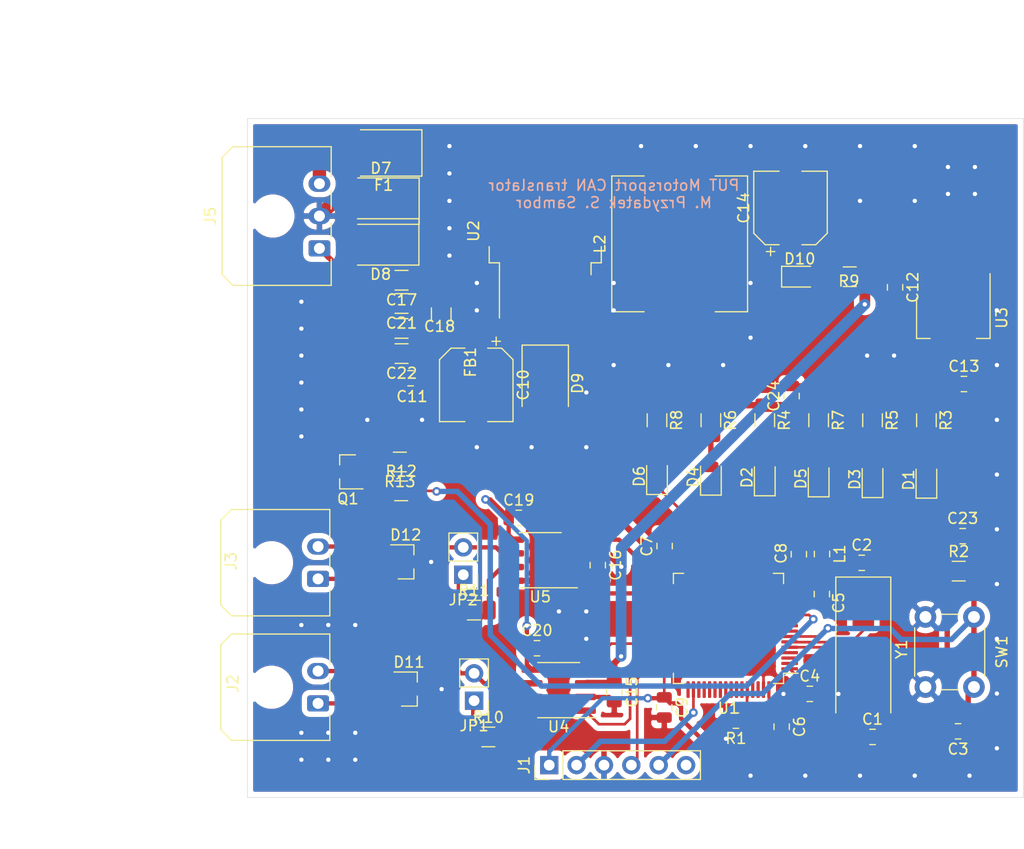
<source format=kicad_pcb>
(kicad_pcb (version 20171130) (host pcbnew 5.1.9+dfsg1-1)
  (layers (0 F.Cu signal) (31 B.Cu signal) (34 B.Paste user) (35 F.Paste user) (36 B.SilkS user) (37 F.SilkS user) (38 B.Mask user) (39 F.Mask user) (44 Edge.Cuts user))
  (net 0 "")
  (net 1 SW_GND)
  (net 2 NRST)
  (net 3 SW_VDDtarget)
  (net 4 +5V)
  (net 5 "Net-(D1-Pad2)")
  (net 6 "Net-(D2-Pad1)")
  (net 7 "Net-(D3-Pad2)")
  (net 8 CANcar_H)
  (net 9 CANcar_L)
  (net 10 CANinverter_L)
  (net 11 CANinverter_H)
  (net 12 SWCLK)
  (net 13 SWDIO)
  (net 14 "Net-(R1-Pad1)")
  (net 15 CANcar_RX)
  (net 16 CANcar_TX)
  (net 17 CANinverter_TX)
  (net 18 CANinverter_RX)
  (net 19 "Net-(D6-Pad1)")
  (net 20 "Net-(C1-Pad1)")
  (net 21 "Net-(C2-Pad1)")
  (net 22 "Net-(D1-Pad1)")
  (net 23 "Net-(D2-Pad2)")
  (net 24 "Net-(D3-Pad1)")
  (net 25 "Net-(D4-Pad2)")
  (net 26 "Net-(D4-Pad1)")
  (net 27 "Net-(D5-Pad1)")
  (net 28 "Net-(D5-Pad2)")
  (net 29 "Net-(D6-Pad2)")
  (net 30 "Net-(C10-Pad1)")
  (net 31 VCC)
  (net 32 "Net-(C5-Pad1)")
  (net 33 "Net-(D9-Pad1)")
  (net 34 "Net-(D10-Pad2)")
  (net 35 "Net-(JP1-Pad1)")
  (net 36 "Net-(JP2-Pad1)")
  (net 37 "Net-(J1-Pad6)")
  (net 38 "Net-(U1-Pad2)")
  (net 39 "Net-(U1-Pad3)")
  (net 40 "Net-(U1-Pad4)")
  (net 41 "Net-(U1-Pad8)")
  (net 42 "Net-(U1-Pad9)")
  (net 43 "Net-(U1-Pad10)")
  (net 44 "Net-(U1-Pad14)")
  (net 45 "Net-(U1-Pad15)")
  (net 46 "Net-(U1-Pad16)")
  (net 47 "Net-(U1-Pad17)")
  (net 48 "Net-(U1-Pad20)")
  (net 49 "Net-(U1-Pad24)")
  (net 50 "Net-(U1-Pad25)")
  (net 51 "Net-(U1-Pad29)")
  (net 52 "Net-(U1-Pad30)")
  (net 53 "Net-(U1-Pad35)")
  (net 54 "Net-(U1-Pad36)")
  (net 55 "Net-(U1-Pad37)")
  (net 56 "Net-(U1-Pad38)")
  (net 57 "Net-(U1-Pad40)")
  (net 58 "Net-(U1-Pad41)")
  (net 59 "Net-(U1-Pad42)")
  (net 60 "Net-(U1-Pad43)")
  (net 61 "Net-(U1-Pad49)")
  (net 62 "Net-(U1-Pad51)")
  (net 63 "Net-(U1-Pad52)")
  (net 64 "Net-(U1-Pad53)")
  (net 65 "Net-(U1-Pad54)")
  (net 66 "Net-(U1-Pad55)")
  (net 67 "Net-(U1-Pad56)")
  (net 68 "Net-(U1-Pad57)")
  (net 69 "Net-(U1-Pad58)")
  (net 70 USART_TX)
  (net 71 USART_RX)
  (net 72 "Net-(U1-Pad62)")
  (net 73 buzzer_gnd)
  (net 74 "Net-(Q1-Pad1)")
  (net 75 buzzer)
  (net 76 "Net-(C17-Pad1)")
  (net 77 "Net-(U1-Pad39)")
  (module Capacitor_SMD:C_0805_2012Metric (layer F.Cu) (at 110.49 58.7525 90)
    (fp_text reference C24 (at 0 -1.65 90) (layer F.SilkS))
    (fp_text value 100nF)
    (pad 2 smd roundrect (at 0.9375 0 90) (size 0.975 1.4) (layers F.Cu F.Paste F.Mask) (net 1 SW_GND))
    (pad 1 smd roundrect (at -0.9375 0 90) (size 0.975 1.4) (layers F.Cu F.Paste F.Mask) (net 3 SW_VDDtarget))
  )
  (module Capacitor_SMD:C_0805_2012Metric (layer F.Cu) (at 126.365 71.755)
    (fp_text reference C23 (at 0 -1.65) (layer F.SilkS))
    (fp_text value 100nF)
    (pad 2 smd roundrect (at 0.9375 0) (size 0.975 1.4) (layers F.Cu F.Paste F.Mask) (net 1 SW_GND))
    (pad 1 smd roundrect (at -0.9375 0) (size 0.975 1.4) (layers F.Cu F.Paste F.Mask) (net 3 SW_VDDtarget))
  )
  (module Capacitor_SMD:C_1206_3216Metric (layer F.Cu) (at 74.298 54.8132 180)
    (fp_text reference C22 (at 0 -1.82) (layer F.SilkS))
    (fp_text value CP_Small)
    (pad 2 smd roundrect (at 1.4 0 180) (size 1.25 1.75) (layers F.Cu F.Paste F.Mask) (roundrect_rratio 0.2) (net 1 SW_GND))
    (pad 1 smd roundrect (at -1.4 0 180) (size 1.25 1.75) (layers F.Cu F.Paste F.Mask) (roundrect_rratio 0.2) (net 30 "Net-(C10-Pad1)"))
  )
  (module Capacitor_SMD:C_1206_3216Metric (layer F.Cu) (at 74.295 50.165 180)
    (fp_text reference C21 (at 0 -1.82) (layer F.SilkS))
    (fp_text value CP_Small)
    (pad 2 smd roundrect (at 1.4 0 180) (size 1.25 1.75) (layers F.Cu F.Paste F.Mask) (roundrect_rratio 0.2) (net 1 SW_GND))
    (pad 1 smd roundrect (at -1.4 0 180) (size 1.25 1.75) (layers F.Cu F.Paste F.Mask) (roundrect_rratio 0.2) (net 76 "Net-(C17-Pad1)"))
  )
  (module Capacitor_SMD:C_0805_2012Metric (layer F.Cu) (at 118.00078 90.3859)
    (fp_text reference C1 (at 0 -1.65) (layer F.SilkS))
    (fp_text value 22pF)
    (pad 1 smd roundrect (at -0.9375 0) (size 0.975 1.4) (layers F.Cu F.Paste F.Mask) (net 20 "Net-(C1-Pad1)"))
    (pad 2 smd roundrect (at 0.9375 0) (size 0.975 1.4) (layers F.Cu F.Paste F.Mask) (net 1 SW_GND))
  )
  (module Capacitor_SMD:C_0805_2012Metric (layer F.Cu) (at 117 74.22896)
    (fp_text reference C2 (at 0 -1.65) (layer F.SilkS))
    (fp_text value 22pF)
    (pad 2 smd roundrect (at 0.9375 0) (size 0.975 1.4) (layers F.Cu F.Paste F.Mask) (net 1 SW_GND))
    (pad 1 smd roundrect (at -0.9375 0) (size 0.975 1.4) (layers F.Cu F.Paste F.Mask) (net 21 "Net-(C2-Pad1)"))
  )
  (module Capacitor_SMD:C_0805_2012Metric (layer F.Cu) (at 125.93828 89.8652 180)
    (fp_text reference C3 (at 0 -1.65) (layer F.SilkS))
    (fp_text value 100nF)
    (pad 1 smd roundrect (at -0.9375 0 180) (size 0.975 1.4) (layers F.Cu F.Paste F.Mask) (net 2 NRST))
    (pad 2 smd roundrect (at 0.9375 0 180) (size 0.975 1.4) (layers F.Cu F.Paste F.Mask) (net 1 SW_GND))
  )
  (module Capacitor_SMD:C_0805_2012Metric (layer F.Cu) (at 112.1791 86.39048)
    (fp_text reference C4 (at 0 -1.65) (layer F.SilkS))
    (fp_text value 100nF)
    (pad 1 smd roundrect (at -0.9375 0) (size 0.975 1.4) (layers F.Cu F.Paste F.Mask) (net 3 SW_VDDtarget))
    (pad 2 smd roundrect (at 0.9375 0) (size 0.975 1.4) (layers F.Cu F.Paste F.Mask) (net 1 SW_GND))
  )
  (module Capacitor_SMD:C_0805_2012Metric (layer F.Cu) (at 113.29924 77.12964 270)
    (fp_text reference C5 (at 0.808942 -1.55314 90) (layer F.SilkS))
    (fp_text value 100nF)
    (pad 2 smd roundrect (at 0.9375 0 270) (size 0.975 1.4) (layers F.Cu F.Paste F.Mask) (net 1 SW_GND))
    (pad 1 smd roundrect (at -0.9375 0 270) (size 0.975 1.4) (layers F.Cu F.Paste F.Mask) (net 32 "Net-(C5-Pad1)"))
  )
  (module Capacitor_SMD:C_0805_2012Metric (layer F.Cu) (at 109.56798 89.43618 270)
    (fp_text reference C6 (at 0 -1.65 90) (layer F.SilkS))
    (fp_text value 100nF)
    (pad 2 smd roundrect (at 0.9375 0 270) (size 0.975 1.4) (layers F.Cu F.Paste F.Mask) (net 1 SW_GND))
    (pad 1 smd roundrect (at -0.9375 0 270) (size 0.975 1.4) (layers F.Cu F.Paste F.Mask) (net 3 SW_VDDtarget))
  )
  (module Capacitor_SMD:C_0805_2012Metric (layer F.Cu) (at 98.70694 72.67678 90)
    (fp_text reference C7 (at 0 -1.65 90) (layer F.SilkS))
    (fp_text value 100nF)
    (pad 1 smd roundrect (at -0.9375 0 90) (size 0.975 1.4) (layers F.Cu F.Paste F.Mask) (net 3 SW_VDDtarget))
    (pad 2 smd roundrect (at 0.9375 0 90) (size 0.975 1.4) (layers F.Cu F.Paste F.Mask) (net 1 SW_GND))
  )
  (module Capacitor_SMD:C_0805_2012Metric (layer F.Cu) (at 111.1631 73.43394 270)
    (fp_text reference C8 (at -0.08382 1.65354 90) (layer F.SilkS))
    (fp_text value 100nF)
    (pad 1 smd roundrect (at -0.9375 0 270) (size 0.975 1.4) (layers F.Cu F.Paste F.Mask) (net 3 SW_VDDtarget))
    (pad 2 smd roundrect (at 0.9375 0 270) (size 0.975 1.4) (layers F.Cu F.Paste F.Mask) (net 1 SW_GND))
  )
  (module Capacitor_SMD:C_0805_2012Metric (layer F.Cu) (at 98.67392 87.64754 270)
    (fp_text reference C9 (at 0 -1.65 90) (layer F.SilkS))
    (fp_text value 100nF)
    (pad 1 smd roundrect (at -0.9375 0 270) (size 0.975 1.4) (layers F.Cu F.Paste F.Mask) (net 3 SW_VDDtarget))
    (pad 2 smd roundrect (at 0.9375 0 270) (size 0.975 1.4) (layers F.Cu F.Paste F.Mask) (net 1 SW_GND))
  )
  (module Capacitor_SMD:CP_Elec_6.3x7.7 (layer F.Cu) (at 81.2292 57.7164 270)
    (fp_text reference C10 (at 0 -4.35 90) (layer F.SilkS))
    (fp_text value 680uF)
    (pad 2 smd roundrect (at 2.7 0 270) (size 3.5 1.6) (layers F.Cu F.Paste F.Mask) (roundrect_rratio 0.15625) (net 1 SW_GND))
    (pad 1 smd roundrect (at -2.7 0 270) (size 3.5 1.6) (layers F.Cu F.Paste F.Mask) (roundrect_rratio 0.15625) (net 30 "Net-(C10-Pad1)"))
  )
  (module Capacitor_SMD:C_0805_2012Metric (layer F.Cu) (at 75.1332 57.0992 180)
    (fp_text reference C11 (at -0.13208 -1.69672) (layer F.SilkS))
    (fp_text value 100nF)
    (pad 2 smd roundrect (at 0.9375 0 180) (size 0.975 1.4) (layers F.Cu F.Paste F.Mask) (net 1 SW_GND))
    (pad 1 smd roundrect (at -0.9375 0 180) (size 0.975 1.4) (layers F.Cu F.Paste F.Mask) (net 30 "Net-(C10-Pad1)"))
  )
  (module Capacitor_SMD:C_0805_2012Metric (layer F.Cu) (at 120.0912 48.6664 270)
    (fp_text reference C12 (at 0 -1.65 90) (layer F.SilkS))
    (fp_text value 100nF)
    (pad 1 smd roundrect (at -0.9375 0 270) (size 0.975 1.4) (layers F.Cu F.Paste F.Mask) (net 4 +5V))
    (pad 2 smd roundrect (at 0.9375 0 270) (size 0.975 1.4) (layers F.Cu F.Paste F.Mask) (net 1 SW_GND))
  )
  (module Capacitor_SMD:C_0805_2012Metric (layer F.Cu) (at 126.48184 57.63768)
    (fp_text reference C13 (at 0 -1.65) (layer F.SilkS))
    (fp_text value 100nF)
    (pad 2 smd roundrect (at 0.9375 0) (size 0.975 1.4) (layers F.Cu F.Paste F.Mask) (net 1 SW_GND))
    (pad 1 smd roundrect (at -0.9375 0) (size 0.975 1.4) (layers F.Cu F.Paste F.Mask) (net 3 SW_VDDtarget))
  )
  (module Capacitor_SMD:CP_Elec_6.3x7.7 (layer F.Cu) (at 110.3884 41.3004 90)
    (fp_text reference C14 (at 0 -4.35 90) (layer F.SilkS))
    (fp_text value 220u)
    (pad 1 smd roundrect (at -2.7 0 90) (size 3.5 1.6) (layers F.Cu F.Paste F.Mask) (roundrect_rratio 0.15625) (net 4 +5V))
    (pad 2 smd roundrect (at 2.7 0 90) (size 3.5 1.6) (layers F.Cu F.Paste F.Mask) (roundrect_rratio 0.15625) (net 1 SW_GND))
  )
  (module Capacitor_SMD:C_0805_2012Metric (layer F.Cu) (at 94.0308 86.21776 270)
    (fp_text reference C15 (at 0 -1.65 90) (layer F.SilkS))
    (fp_text value 100nF)
    (pad 2 smd roundrect (at 0.9375 0 270) (size 0.975 1.4) (layers F.Cu F.Paste F.Mask) (net 1 SW_GND))
    (pad 1 smd roundrect (at -0.9375 0 270) (size 0.975 1.4) (layers F.Cu F.Paste F.Mask) (net 4 +5V))
  )
  (module Capacitor_SMD:C_0805_2012Metric (layer F.Cu) (at 92.50426 74.44486 270)
    (fp_text reference C16 (at 0 -1.65 90) (layer F.SilkS))
    (fp_text value 100nF)
    (pad 2 smd roundrect (at 0.9375 0 270) (size 0.975 1.4) (layers F.Cu F.Paste F.Mask) (net 1 SW_GND))
    (pad 1 smd roundrect (at -0.9375 0 270) (size 0.975 1.4) (layers F.Cu F.Paste F.Mask) (net 4 +5V))
  )
  (module Capacitor_SMD:C_1206_3216Metric (layer F.Cu) (at 74.295 48.006 180)
    (fp_text reference C17 (at 0 -1.82) (layer F.SilkS))
    (fp_text value CP_Small)
    (pad 1 smd roundrect (at -1.4 0 180) (size 1.25 1.75) (layers F.Cu F.Paste F.Mask) (roundrect_rratio 0.2) (net 76 "Net-(C17-Pad1)"))
    (pad 2 smd roundrect (at 1.4 0 180) (size 1.25 1.75) (layers F.Cu F.Paste F.Mask) (roundrect_rratio 0.2) (net 1 SW_GND))
  )
  (module Capacitor_SMD:C_1206_3216Metric (layer F.Cu) (at 74.292 52.4764 180)
    (fp_text reference C18 (at -3.5366 0.19192) (layer F.SilkS))
    (fp_text value CP_Small)
    (pad 2 smd roundrect (at 1.4 0 180) (size 1.25 1.75) (layers F.Cu F.Paste F.Mask) (roundrect_rratio 0.2) (net 1 SW_GND))
    (pad 1 smd roundrect (at -1.4 0 180) (size 1.25 1.75) (layers F.Cu F.Paste F.Mask) (roundrect_rratio 0.2) (net 30 "Net-(C10-Pad1)"))
  )
  (module LED_SMD:LED_0805_2012Metric (layer F.Cu) (at 123 66.54344 90)
    (fp_text reference D1 (at 0 -1.65 90) (layer F.SilkS))
    (fp_text value LED)
    (pad 1 smd roundrect (at -0.9375 0 90) (size 0.975 1.4) (layers F.Cu F.Paste F.Mask) (net 22 "Net-(D1-Pad1)"))
    (pad 2 smd roundrect (at 0.9375 0 90) (size 0.975 1.4) (layers F.Cu F.Paste F.Mask) (net 5 "Net-(D1-Pad2)"))
  )
  (module LED_SMD:LED_0805_2012Metric (layer F.Cu) (at 108 66.32294 90)
    (fp_text reference D2 (at 0 -1.65 90) (layer F.SilkS))
    (fp_text value LED)
    (pad 2 smd roundrect (at 0.9375 0 90) (size 0.975 1.4) (layers F.Cu F.Paste F.Mask) (net 23 "Net-(D2-Pad2)"))
    (pad 1 smd roundrect (at -0.9375 0 90) (size 0.975 1.4) (layers F.Cu F.Paste F.Mask) (net 6 "Net-(D2-Pad1)"))
  )
  (module LED_SMD:LED_0805_2012Metric (layer F.Cu) (at 118 66.48804 90)
    (fp_text reference D3 (at 0 -1.65 90) (layer F.SilkS))
    (fp_text value LED)
    (pad 2 smd roundrect (at 0.9375 0 90) (size 0.975 1.4) (layers F.Cu F.Paste F.Mask) (net 7 "Net-(D3-Pad2)"))
    (pad 1 smd roundrect (at -0.9375 0 90) (size 0.975 1.4) (layers F.Cu F.Paste F.Mask) (net 24 "Net-(D3-Pad1)"))
  )
  (module LED_SMD:LED_0805_2012Metric (layer F.Cu) (at 103 66.26174 90)
    (fp_text reference D4 (at 0 -1.65 90) (layer F.SilkS))
    (fp_text value LED)
    (pad 1 smd roundrect (at -0.9375 0 90) (size 0.975 1.4) (layers F.Cu F.Paste F.Mask) (net 26 "Net-(D4-Pad1)"))
    (pad 2 smd roundrect (at 0.9375 0 90) (size 0.975 1.4) (layers F.Cu F.Paste F.Mask) (net 25 "Net-(D4-Pad2)"))
  )
  (module LED_SMD:LED_0805_2012Metric (layer F.Cu) (at 113 66.422 90)
    (fp_text reference D5 (at 0 -1.65 90) (layer F.SilkS))
    (fp_text value LED)
    (pad 1 smd roundrect (at -0.9375 0 90) (size 0.975 1.4) (layers F.Cu F.Paste F.Mask) (net 27 "Net-(D5-Pad1)"))
    (pad 2 smd roundrect (at 0.9375 0 90) (size 0.975 1.4) (layers F.Cu F.Paste F.Mask) (net 28 "Net-(D5-Pad2)"))
  )
  (module LED_SMD:LED_0805_2012Metric (layer F.Cu) (at 98 66.20356 90)
    (fp_text reference D6 (at 0 -1.65 90) (layer F.SilkS))
    (fp_text value LED)
    (pad 2 smd roundrect (at 0.9375 0 90) (size 0.975 1.4) (layers F.Cu F.Paste F.Mask) (net 29 "Net-(D6-Pad2)"))
    (pad 1 smd roundrect (at -0.9375 0 90) (size 0.975 1.4) (layers F.Cu F.Paste F.Mask) (net 19 "Net-(D6-Pad1)"))
  )
  (module Diode_SMD:D_SMB (layer F.Cu) (at 72.3773 40.6654 180)
    (fp_text reference D7 (at 0 3.0504) (layer F.SilkS))
    (fp_text value 1SMA5937BT3G)
    (pad 2 smd rect (at 2.15 0 180) (size 2.5 2.3) (layers F.Cu F.Paste F.Mask) (net 1 SW_GND))
    (pad 1 smd rect (at -2.15 0 180) (size 2.5 2.3) (layers F.Cu F.Paste F.Mask) (net 76 "Net-(C17-Pad1)"))
  )
  (module Diode_SMD:D_SMB (layer F.Cu) (at 72.35814 44.45 180)
    (fp_text reference D8 (at 0 -3) (layer F.SilkS))
    (fp_text value SS24T3G)
    (pad 1 smd rect (at -2.15 0 180) (size 2.5 2.3) (layers F.Cu F.Paste F.Mask) (net 76 "Net-(C17-Pad1)"))
    (pad 2 smd rect (at 2.15 0 180) (size 2.5 2.3) (layers F.Cu F.Paste F.Mask) (net 1 SW_GND))
  )
  (module Diode_SMD:D_SMB (layer F.Cu) (at 87.63 57.5728 270)
    (fp_text reference D9 (at 0 -3 90) (layer F.SilkS))
    (fp_text value SS24T3G)
    (pad 1 smd rect (at -2.15 0 270) (size 2.5 2.3) (layers F.Cu F.Paste F.Mask) (net 33 "Net-(D9-Pad1)"))
    (pad 2 smd rect (at 2.15 0 270) (size 2.5 2.3) (layers F.Cu F.Paste F.Mask) (net 1 SW_GND))
  )
  (module LED_SMD:LED_0805_2012Metric (layer F.Cu) (at 111.24794 47.67552)
    (fp_text reference D10 (at 0 -1.65) (layer F.SilkS))
    (fp_text value LED)
    (pad 1 smd roundrect (at -0.9375 0) (size 0.975 1.4) (layers F.Cu F.Paste F.Mask) (net 1 SW_GND))
    (pad 2 smd roundrect (at 0.9375 0) (size 0.975 1.4) (layers F.Cu F.Paste F.Mask) (net 34 "Net-(D10-Pad2)"))
  )
  (module Package_TO_SOT_SMD:SOT-23 (layer F.Cu) (at 74.9935 85.9409)
    (fp_text reference D11 (at 0 -2.5) (layer F.SilkS))
    (fp_text value PESD2CAN.215)
    (pad 3 smd rect (at 1 0) (size 0.9 0.8) (layers F.Cu F.Paste F.Mask) (net 1 SW_GND))
    (pad 2 smd rect (at -1 0.95) (size 0.9 0.8) (layers F.Cu F.Paste F.Mask) (net 8 CANcar_H))
    (pad 1 smd rect (at -1 -0.95) (size 0.9 0.8) (layers F.Cu F.Paste F.Mask) (net 9 CANcar_L))
  )
  (module Package_TO_SOT_SMD:SOT-23 (layer F.Cu) (at 74.68362 74.1426)
    (fp_text reference D12 (at 0 -2.5) (layer F.SilkS))
    (fp_text value PESD2CAN.215)
    (pad 1 smd rect (at -1 -0.95) (size 0.9 0.8) (layers F.Cu F.Paste F.Mask) (net 10 CANinverter_L))
    (pad 2 smd rect (at -1 0.95) (size 0.9 0.8) (layers F.Cu F.Paste F.Mask) (net 11 CANinverter_H))
    (pad 3 smd rect (at 1 0) (size 0.9 0.8) (layers F.Cu F.Paste F.Mask) (net 1 SW_GND))
  )
  (module Diode_SMD:D_SMB (layer F.Cu) (at 72.635 36.195 180)
    (fp_text reference F1 (at 0 -3) (layer F.SilkS))
    (fp_text value Polyfuse)
    (pad 2 smd rect (at 2.15 0 180) (size 2.5 2.3) (layers F.Cu F.Paste F.Mask) (net 31 VCC))
    (pad 1 smd rect (at -2.15 0 180) (size 2.5 2.3) (layers F.Cu F.Paste F.Mask) (net 76 "Net-(C17-Pad1)"))
  )
  (module Resistor_SMD:R_1206_3216Metric (layer F.Cu) (at 77.978 51.178 270)
    (fp_text reference FB1 (at 4.44562 -2.70876 90) (layer F.SilkS))
    (fp_text value Ferrite_Bead_Small)
    (pad 1 smd roundrect (at -1.4 0 270) (size 1.25 1.75) (layers F.Cu F.Paste F.Mask) (roundrect_rratio 0.2) (net 76 "Net-(C17-Pad1)"))
    (pad 2 smd roundrect (at 1.4 0 270) (size 1.25 1.75) (layers F.Cu F.Paste F.Mask) (roundrect_rratio 0.2) (net 30 "Net-(C10-Pad1)"))
  )
  (module Connector_PinHeader_2.54mm:PinHeader_1x06_P2.54mm_Vertical (layer F.Cu) (at 88 93 90)
    (fp_text reference J1 (at 0 -2.33 90) (layer F.SilkS))
    (fp_text value ProgramerConnector)
    (pad 1 thru_hole rect (at 0 0 90) (size 1.7 1.7) (drill 1) (layers *.Cu *.Mask) (net 3 SW_VDDtarget))
    (pad 2 thru_hole oval (at 0 2.54 90) (size 1.7 1.7) (drill 1) (layers *.Cu *.Mask) (net 12 SWCLK))
    (pad 3 thru_hole oval (at 0 5.08 90) (size 1.7 1.7) (drill 1) (layers *.Cu *.Mask) (net 1 SW_GND))
    (pad 4 thru_hole oval (at 0 7.62 90) (size 1.7 1.7) (drill 1) (layers *.Cu *.Mask) (net 13 SWDIO))
    (pad 5 thru_hole oval (at 0 10.16 90) (size 1.7 1.7) (drill 1) (layers *.Cu *.Mask) (net 2 NRST))
    (pad 6 thru_hole oval (at 0 12.7 90) (size 1.7 1.7) (drill 1) (layers *.Cu *.Mask) (net 37 "Net-(J1-Pad6)"))
  )
  (module Connector_Molex:Molex_Micro-Fit_3.0_43650-0200_1x02_P3.00mm_Horizontal (layer F.Cu) (at 66.55 87.27186 90)
    (fp_text reference J2 (at 1.83642 -7.90448 90) (layer F.SilkS))
    (fp_text value CANcarConnector)
    (pad 2 thru_hole oval (at 3 0 90) (size 1.5 2.02) (drill 1.02) (layers *.Cu *.Mask) (net 9 CANcar_L))
    (pad 1 thru_hole roundrect (at 0 0 90) (size 1.5 2.02) (drill 1.02) (layers *.Cu *.Mask) (roundrect_rratio 0.166667) (net 8 CANcar_H))
    (pad "" np_thru_hole circle (at 1.5 -4.32 90) (size 3 3) (drill 3) (layers *.Cu *.Mask))
  )
  (module Connector_Molex:Molex_Micro-Fit_3.0_43650-0200_1x02_P3.00mm_Horizontal (layer F.Cu) (at 66.55 75.7174 90)
    (fp_text reference J3 (at 1.64592 -8.07466 90) (layer F.SilkS))
    (fp_text value CANinverterConnector)
    (pad "" np_thru_hole circle (at 1.5 -4.32 90) (size 3 3) (drill 3) (layers *.Cu *.Mask))
    (pad 1 thru_hole roundrect (at 0 0 90) (size 1.5 2.02) (drill 1.02) (layers *.Cu *.Mask) (roundrect_rratio 0.166667) (net 11 CANinverter_H))
    (pad 2 thru_hole oval (at 3 0 90) (size 1.5 2.02) (drill 1.02) (layers *.Cu *.Mask) (net 10 CANinverter_L))
  )
  (module Connector_Molex:Molex_Micro-Fit_3.0_43650-0300_1x03_P3.00mm_Horizontal (layer F.Cu) (at 66.675 45.04944 90)
    (fp_text reference J5 (at 3 -10.12 90) (layer F.SilkS))
    (fp_text value PowerOutputConnector)
    (pad "" np_thru_hole circle (at 3 -4.32 90) (size 3 3) (drill 3) (layers *.Cu *.Mask))
    (pad 1 thru_hole roundrect (at 0 0 90) (size 1.5 2.02) (drill 1.02) (layers *.Cu *.Mask) (roundrect_rratio 0.166667) (net 73 buzzer_gnd))
    (pad 2 thru_hole oval (at 3 0 90) (size 1.5 2.02) (drill 1.02) (layers *.Cu *.Mask) (net 1 SW_GND))
    (pad 3 thru_hole oval (at 6 0 90) (size 1.5 2.02) (drill 1.02) (layers *.Cu *.Mask) (net 31 VCC))
  )
  (module Connector_PinHeader_2.54mm:PinHeader_1x02_P2.54mm_Vertical (layer F.Cu) (at 81.026 87.0204 180)
    (fp_text reference JP1 (at 0 -2.33) (layer F.SilkS))
    (fp_text value Jumper)
    (pad 1 thru_hole rect (at 0 0 180) (size 1.7 1.7) (drill 1) (layers *.Cu *.Mask) (net 35 "Net-(JP1-Pad1)"))
    (pad 2 thru_hole oval (at 0 2.54 180) (size 1.7 1.7) (drill 1) (layers *.Cu *.Mask) (net 9 CANcar_L))
  )
  (module Connector_PinHeader_2.54mm:PinHeader_1x02_P2.54mm_Vertical (layer F.Cu) (at 80.02524 75.33386 180)
    (fp_text reference JP2 (at 0 -2.33) (layer F.SilkS))
    (fp_text value Jumper)
    (pad 2 thru_hole oval (at 0 2.54 180) (size 1.7 1.7) (drill 1) (layers *.Cu *.Mask) (net 10 CANinverter_L))
    (pad 1 thru_hole rect (at 0 0 180) (size 1.7 1.7) (drill 1) (layers *.Cu *.Mask) (net 36 "Net-(JP2-Pad1)"))
  )
  (module Inductor_SMD:L_0805_2012Metric (layer F.Cu) (at 113.31194 73.41338 270)
    (fp_text reference L1 (at 0 -1.65 90) (layer F.SilkS))
    (fp_text value L)
    (pad 1 smd roundrect (at -0.9375 0 270) (size 0.975 1.4) (layers F.Cu F.Paste F.Mask) (net 3 SW_VDDtarget))
    (pad 2 smd roundrect (at 0.9375 0 270) (size 0.975 1.4) (layers F.Cu F.Paste F.Mask) (net 32 "Net-(C5-Pad1)"))
  )
  (module Inductor_SMD:L_12x12mm_H8mm (layer F.Cu) (at 100.10394 44.63034 90)
    (fp_text reference L2 (at 0 -7.4 90) (layer F.SilkS))
    (fp_text value 33u)
    (pad 1 smd rect (at -4.95 0 90) (size 2.9 5.4) (layers F.Cu F.Paste F.Mask) (net 33 "Net-(D9-Pad1)"))
    (pad 2 smd rect (at 4.95 0 90) (size 2.9 5.4) (layers F.Cu F.Paste F.Mask) (net 4 +5V))
  )
  (module Package_TO_SOT_SMD:SOT-23 (layer F.Cu) (at 69.31584 65.78854 180)
    (fp_text reference Q1 (at 0 -2.5) (layer F.SilkS))
    (fp_text value BSS138)
    (pad 1 smd rect (at -1 -0.95 180) (size 0.9 0.8) (layers F.Cu F.Paste F.Mask) (net 74 "Net-(Q1-Pad1)"))
    (pad 2 smd rect (at -1 0.95 180) (size 0.9 0.8) (layers F.Cu F.Paste F.Mask) (net 1 SW_GND))
    (pad 3 smd rect (at 1 0 180) (size 0.9 0.8) (layers F.Cu F.Paste F.Mask) (net 73 buzzer_gnd))
  )
  (module Resistor_SMD:R_0805_2012Metric (layer F.Cu) (at 105.32642 88.8746 180)
    (fp_text reference R1 (at 0 -1.65) (layer F.SilkS))
    (fp_text value 100k)
    (pad 1 smd roundrect (at -0.9375 0 180) (size 0.975 1.4) (layers F.Cu F.Paste F.Mask) (net 14 "Net-(R1-Pad1)"))
    (pad 2 smd roundrect (at 0.9375 0 180) (size 0.975 1.4) (layers F.Cu F.Paste F.Mask) (net 1 SW_GND))
  )
  (module Resistor_SMD:R_1206_3216Metric (layer F.Cu) (at 126 75)
    (fp_text reference R2 (at 0 -1.82) (layer F.SilkS))
    (fp_text value 10k)
    (pad 2 smd roundrect (at 1.4 0) (size 1.25 1.75) (layers F.Cu F.Paste F.Mask) (roundrect_rratio 0.2) (net 2 NRST))
    (pad 1 smd roundrect (at -1.4 0) (size 1.25 1.75) (layers F.Cu F.Paste F.Mask) (roundrect_rratio 0.2) (net 3 SW_VDDtarget))
  )
  (module Resistor_SMD:R_1206_3216Metric (layer F.Cu) (at 123 61 270)
    (fp_text reference R3 (at 0 -1.82 90) (layer F.SilkS))
    (fp_text value 180)
    (pad 2 smd roundrect (at 1.4 0 270) (size 1.25 1.75) (layers F.Cu F.Paste F.Mask) (roundrect_rratio 0.2) (net 5 "Net-(D1-Pad2)"))
    (pad 1 smd roundrect (at -1.4 0 270) (size 1.25 1.75) (layers F.Cu F.Paste F.Mask) (roundrect_rratio 0.2) (net 3 SW_VDDtarget))
  )
  (module Resistor_SMD:R_1206_3216Metric (layer F.Cu) (at 108 61 270)
    (fp_text reference R4 (at 0 -1.82 90) (layer F.SilkS))
    (fp_text value 180)
    (pad 1 smd roundrect (at -1.4 0 270) (size 1.25 1.75) (layers F.Cu F.Paste F.Mask) (roundrect_rratio 0.2) (net 3 SW_VDDtarget))
    (pad 2 smd roundrect (at 1.4 0 270) (size 1.25 1.75) (layers F.Cu F.Paste F.Mask) (roundrect_rratio 0.2) (net 23 "Net-(D2-Pad2)"))
  )
  (module Resistor_SMD:R_1206_3216Metric (layer F.Cu) (at 118 61 270)
    (fp_text reference R5 (at 0 -1.82 90) (layer F.SilkS))
    (fp_text value 180)
    (pad 2 smd roundrect (at 1.4 0 270) (size 1.25 1.75) (layers F.Cu F.Paste F.Mask) (roundrect_rratio 0.2) (net 7 "Net-(D3-Pad2)"))
    (pad 1 smd roundrect (at -1.4 0 270) (size 1.25 1.75) (layers F.Cu F.Paste F.Mask) (roundrect_rratio 0.2) (net 3 SW_VDDtarget))
  )
  (module Resistor_SMD:R_1206_3216Metric (layer F.Cu) (at 103 61 270)
    (fp_text reference R6 (at 0 -1.82 90) (layer F.SilkS))
    (fp_text value 180)
    (pad 2 smd roundrect (at 1.4 0 270) (size 1.25 1.75) (layers F.Cu F.Paste F.Mask) (roundrect_rratio 0.2) (net 25 "Net-(D4-Pad2)"))
    (pad 1 smd roundrect (at -1.4 0 270) (size 1.25 1.75) (layers F.Cu F.Paste F.Mask) (roundrect_rratio 0.2) (net 3 SW_VDDtarget))
  )
  (module Resistor_SMD:R_1206_3216Metric (layer F.Cu) (at 113 61 270)
    (fp_text reference R7 (at 0 -1.82 90) (layer F.SilkS))
    (fp_text value 180)
    (pad 1 smd roundrect (at -1.4 0 270) (size 1.25 1.75) (layers F.Cu F.Paste F.Mask) (roundrect_rratio 0.2) (net 3 SW_VDDtarget))
    (pad 2 smd roundrect (at 1.4 0 270) (size 1.25 1.75) (layers F.Cu F.Paste F.Mask) (roundrect_rratio 0.2) (net 28 "Net-(D5-Pad2)"))
  )
  (module Resistor_SMD:R_1206_3216Metric (layer F.Cu) (at 98 61 270)
    (fp_text reference R8 (at 0 -1.82 90) (layer F.SilkS))
    (fp_text value 180)
    (pad 1 smd roundrect (at -1.4 0 270) (size 1.25 1.75) (layers F.Cu F.Paste F.Mask) (roundrect_rratio 0.2) (net 3 SW_VDDtarget))
    (pad 2 smd roundrect (at 1.4 0 270) (size 1.25 1.75) (layers F.Cu F.Paste F.Mask) (roundrect_rratio 0.2) (net 29 "Net-(D6-Pad2)"))
  )
  (module Resistor_SMD:R_1206_3216Metric (layer F.Cu) (at 115.88644 47.6806 180)
    (fp_text reference R9 (at 0.0762 -0.40386) (layer F.SilkS))
    (fp_text value 180)
    (pad 1 smd roundrect (at -1.4 0 180) (size 1.25 1.75) (layers F.Cu F.Paste F.Mask) (roundrect_rratio 0.2) (net 4 +5V))
    (pad 2 smd roundrect (at 1.4 0 180) (size 1.25 1.75) (layers F.Cu F.Paste F.Mask) (roundrect_rratio 0.2) (net 34 "Net-(D10-Pad2)"))
  )
  (module Resistor_SMD:R_1206_3216Metric (layer F.Cu) (at 82.34634 90.3859)
    (fp_text reference R10 (at 0 -1.82) (layer F.SilkS))
    (fp_text value 120R)
    (pad 1 smd roundrect (at -1.4 0) (size 1.25 1.75) (layers F.Cu F.Paste F.Mask) (roundrect_rratio 0.2) (net 35 "Net-(JP1-Pad1)"))
    (pad 2 smd roundrect (at 1.4 0) (size 1.25 1.75) (layers F.Cu F.Paste F.Mask) (roundrect_rratio 0.2) (net 8 CANcar_H))
  )
  (module Resistor_SMD:R_1206_3216Metric (layer F.Cu) (at 81.00568 78.61808)
    (fp_text reference R11 (at 0 -1.82) (layer F.SilkS))
    (fp_text value 120R)
    (pad 2 smd roundrect (at 1.4 0) (size 1.25 1.75) (layers F.Cu F.Paste F.Mask) (roundrect_rratio 0.2) (net 11 CANinverter_H))
    (pad 1 smd roundrect (at -1.4 0) (size 1.25 1.75) (layers F.Cu F.Paste F.Mask) (roundrect_rratio 0.2) (net 36 "Net-(JP2-Pad1)"))
  )
  (module Resistor_SMD:R_1206_3216Metric (layer F.Cu) (at 74.26198 67.5513)
    (fp_text reference R12 (at 0 -1.82) (layer F.SilkS))
    (fp_text value 100)
    (pad 1 smd roundrect (at -1.4 0) (size 1.25 1.75) (layers F.Cu F.Paste F.Mask) (roundrect_rratio 0.2) (net 74 "Net-(Q1-Pad1)"))
    (pad 2 smd roundrect (at 1.4 0) (size 1.25 1.75) (layers F.Cu F.Paste F.Mask) (roundrect_rratio 0.2) (net 75 buzzer))
  )
  (module Resistor_SMD:R_1206_3216Metric (layer F.Cu) (at 74.13752 64.8716 180)
    (fp_text reference R13 (at 0 -1.82) (layer F.SilkS))
    (fp_text value 10k)
    (pad 2 smd roundrect (at 1.4 0 180) (size 1.25 1.75) (layers F.Cu F.Paste F.Mask) (roundrect_rratio 0.2) (net 74 "Net-(Q1-Pad1)"))
    (pad 1 smd roundrect (at -1.4 0 180) (size 1.25 1.75) (layers F.Cu F.Paste F.Mask) (roundrect_rratio 0.2) (net 1 SW_GND))
  )
  (module Button_Switch_THT:SW_PUSH_6mm (layer F.Cu) (at 122.91136 85.7532 90)
    (fp_text reference SW1 (at 3.25 7.08864 90) (layer F.SilkS))
    (fp_text value SW_Push)
    (pad 2 thru_hole circle (at 0 4.5 180) (size 2 2) (drill 1.1) (layers *.Cu *.Mask) (net 2 NRST))
    (pad 1 thru_hole circle (at 0 0 180) (size 2 2) (drill 1.1) (layers *.Cu *.Mask) (net 1 SW_GND))
    (pad 2 thru_hole circle (at 6.5 4.5 180) (size 2 2) (drill 1.1) (layers *.Cu *.Mask) (net 2 NRST))
    (pad 1 thru_hole circle (at 6.5 0 180) (size 2 2) (drill 1.1) (layers *.Cu *.Mask) (net 1 SW_GND))
  )
  (module Package_QFP:LQFP-64_10x10mm_P0.5mm (layer F.Cu) (at 104.63276 80.3148 180)
    (fp_text reference U1 (at 0 -7.4) (layer F.SilkS))
    (fp_text value STM32F105RBTx)
    (pad 1 smd roundrect (at -5.675 -3.75 180) (size 1.55 0.3) (layers F.Cu F.Paste F.Mask) (net 3 SW_VDDtarget))
    (pad 2 smd roundrect (at -5.675 -3.25 180) (size 1.55 0.3) (layers F.Cu F.Paste F.Mask) (net 38 "Net-(U1-Pad2)"))
    (pad 3 smd roundrect (at -5.675 -2.75 180) (size 1.55 0.3) (layers F.Cu F.Paste F.Mask) (net 39 "Net-(U1-Pad3)"))
    (pad 4 smd roundrect (at -5.675 -2.25 180) (size 1.55 0.3) (layers F.Cu F.Paste F.Mask) (net 40 "Net-(U1-Pad4)"))
    (pad 5 smd roundrect (at -5.675 -1.75 180) (size 1.55 0.3) (layers F.Cu F.Paste F.Mask) (net 20 "Net-(C1-Pad1)"))
    (pad 6 smd roundrect (at -5.675 -1.25 180) (size 1.55 0.3) (layers F.Cu F.Paste F.Mask) (net 21 "Net-(C2-Pad1)"))
    (pad 7 smd roundrect (at -5.675 -0.75 180) (size 1.55 0.3) (layers F.Cu F.Paste F.Mask) (net 2 NRST))
    (pad 8 smd roundrect (at -5.675 -0.25 180) (size 1.55 0.3) (layers F.Cu F.Paste F.Mask) (net 41 "Net-(U1-Pad8)"))
    (pad 9 smd roundrect (at -5.675 0.25 180) (size 1.55 0.3) (layers F.Cu F.Paste F.Mask) (net 42 "Net-(U1-Pad9)"))
    (pad 10 smd roundrect (at -5.675 0.75 180) (size 1.55 0.3) (layers F.Cu F.Paste F.Mask) (net 43 "Net-(U1-Pad10)"))
    (pad 11 smd roundrect (at -5.675 1.25 180) (size 1.55 0.3) (layers F.Cu F.Paste F.Mask) (net 75 buzzer))
    (pad 12 smd roundrect (at -5.675 1.75 180) (size 1.55 0.3) (layers F.Cu F.Paste F.Mask) (net 1 SW_GND))
    (pad 13 smd roundrect (at -5.675 2.25 180) (size 1.55 0.3) (layers F.Cu F.Paste F.Mask) (net 32 "Net-(C5-Pad1)"))
    (pad 14 smd roundrect (at -5.675 2.75 180) (size 1.55 0.3) (layers F.Cu F.Paste F.Mask) (net 44 "Net-(U1-Pad14)"))
    (pad 15 smd roundrect (at -5.675 3.25 180) (size 1.55 0.3) (layers F.Cu F.Paste F.Mask) (net 45 "Net-(U1-Pad15)"))
    (pad 16 smd roundrect (at -5.675 3.75 180) (size 1.55 0.3) (layers F.Cu F.Paste F.Mask) (net 46 "Net-(U1-Pad16)"))
    (pad 17 smd roundrect (at -3.75 5.675 180) (size 0.3 1.55) (layers F.Cu F.Paste F.Mask) (net 47 "Net-(U1-Pad17)"))
    (pad 18 smd roundrect (at -3.25 5.675 180) (size 0.3 1.55) (layers F.Cu F.Paste F.Mask) (net 1 SW_GND))
    (pad 19 smd roundrect (at -2.75 5.675 180) (size 0.3 1.55) (layers F.Cu F.Paste F.Mask) (net 3 SW_VDDtarget))
    (pad 20 smd roundrect (at -2.25 5.675 180) (size 0.3 1.55) (layers F.Cu F.Paste F.Mask) (net 48 "Net-(U1-Pad20)"))
    (pad 21 smd roundrect (at -1.75 5.675 180) (size 0.3 1.55) (layers F.Cu F.Paste F.Mask) (net 22 "Net-(D1-Pad1)"))
    (pad 22 smd roundrect (at -1.25 5.675 180) (size 0.3 1.55) (layers F.Cu F.Paste F.Mask) (net 24 "Net-(D3-Pad1)"))
    (pad 23 smd roundrect (at -0.75 5.675 180) (size 0.3 1.55) (layers F.Cu F.Paste F.Mask) (net 27 "Net-(D5-Pad1)"))
    (pad 24 smd roundrect (at -0.25 5.675 180) (size 0.3 1.55) (layers F.Cu F.Paste F.Mask) (net 49 "Net-(U1-Pad24)"))
    (pad 25 smd roundrect (at 0.25 5.675 180) (size 0.3 1.55) (layers F.Cu F.Paste F.Mask) (net 50 "Net-(U1-Pad25)"))
    (pad 26 smd roundrect (at 0.75 5.675 180) (size 0.3 1.55) (layers F.Cu F.Paste F.Mask) (net 6 "Net-(D2-Pad1)"))
    (pad 27 smd roundrect (at 1.25 5.675 180) (size 0.3 1.55) (layers F.Cu F.Paste F.Mask) (net 26 "Net-(D4-Pad1)"))
    (pad 28 smd roundrect (at 1.75 5.675 180) (size 0.3 1.55) (layers F.Cu F.Paste F.Mask) (net 19 "Net-(D6-Pad1)"))
    (pad 29 smd roundrect (at 2.25 5.675 180) (size 0.3 1.55) (layers F.Cu F.Paste F.Mask) (net 51 "Net-(U1-Pad29)"))
    (pad 30 smd roundrect (at 2.75 5.675 180) (size 0.3 1.55) (layers F.Cu F.Paste F.Mask) (net 52 "Net-(U1-Pad30)"))
    (pad 31 smd roundrect (at 3.25 5.675 180) (size 0.3 1.55) (layers F.Cu F.Paste F.Mask) (net 1 SW_GND))
    (pad 32 smd roundrect (at 3.75 5.675 180) (size 0.3 1.55) (layers F.Cu F.Paste F.Mask) (net 3 SW_VDDtarget))
    (pad 33 smd roundrect (at 5.675 3.75 180) (size 1.55 0.3) (layers F.Cu F.Paste F.Mask) (net 18 CANinverter_RX))
    (pad 34 smd roundrect (at 5.675 3.25 180) (size 1.55 0.3) (layers F.Cu F.Paste F.Mask) (net 17 CANinverter_TX))
    (pad 35 smd roundrect (at 5.675 2.75 180) (size 1.55 0.3) (layers F.Cu F.Paste F.Mask) (net 53 "Net-(U1-Pad35)"))
    (pad 36 smd roundrect (at 5.675 2.25 180) (size 1.55 0.3) (layers F.Cu F.Paste F.Mask) (net 54 "Net-(U1-Pad36)"))
    (pad 37 smd roundrect (at 5.675 1.75 180) (size 1.55 0.3) (layers F.Cu F.Paste F.Mask) (net 55 "Net-(U1-Pad37)"))
    (pad 38 smd roundrect (at 5.675 1.25 180) (size 1.55 0.3) (layers F.Cu F.Paste F.Mask) (net 56 "Net-(U1-Pad38)"))
    (pad 39 smd roundrect (at 5.675 0.75 180) (size 1.55 0.3) (layers F.Cu F.Paste F.Mask) (net 77 "Net-(U1-Pad39)"))
    (pad 40 smd roundrect (at 5.675 0.25 180) (size 1.55 0.3) (layers F.Cu F.Paste F.Mask) (net 57 "Net-(U1-Pad40)"))
    (pad 41 smd roundrect (at 5.675 -0.25 180) (size 1.55 0.3) (layers F.Cu F.Paste F.Mask) (net 58 "Net-(U1-Pad41)"))
    (pad 42 smd roundrect (at 5.675 -0.75 180) (size 1.55 0.3) (layers F.Cu F.Paste F.Mask) (net 59 "Net-(U1-Pad42)"))
    (pad 43 smd roundrect (at 5.675 -1.25 180) (size 1.55 0.3) (layers F.Cu F.Paste F.Mask) (net 60 "Net-(U1-Pad43)"))
    (pad 44 smd roundrect (at 5.675 -1.75 180) (size 1.55 0.3) (layers F.Cu F.Paste F.Mask) (net 15 CANcar_RX))
    (pad 45 smd roundrect (at 5.675 -2.25 180) (size 1.55 0.3) (layers F.Cu F.Paste F.Mask) (net 16 CANcar_TX))
    (pad 46 smd roundrect (at 5.675 -2.75 180) (size 1.55 0.3) (layers F.Cu F.Paste F.Mask) (net 13 SWDIO))
    (pad 47 smd roundrect (at 5.675 -3.25 180) (size 1.55 0.3) (layers F.Cu F.Paste F.Mask) (net 1 SW_GND))
    (pad 48 smd roundrect (at 5.675 -3.75 180) (size 1.55 0.3) (layers F.Cu F.Paste F.Mask) (net 3 SW_VDDtarget))
    (pad 49 smd roundrect (at 3.75 -5.675 180) (size 0.3 1.55) (layers F.Cu F.Paste F.Mask) (net 61 "Net-(U1-Pad49)"))
    (pad 50 smd roundrect (at 3.25 -5.675 180) (size 0.3 1.55) (layers F.Cu F.Paste F.Mask) (net 12 SWCLK))
    (pad 51 smd roundrect (at 2.75 -5.675 180) (size 0.3 1.55) (layers F.Cu F.Paste F.Mask) (net 62 "Net-(U1-Pad51)"))
    (pad 52 smd roundrect (at 2.25 -5.675 180) (size 0.3 1.55) (layers F.Cu F.Paste F.Mask) (net 63 "Net-(U1-Pad52)"))
    (pad 53 smd roundrect (at 1.75 -5.675 180) (size 0.3 1.55) (layers F.Cu F.Paste F.Mask) (net 64 "Net-(U1-Pad53)"))
    (pad 54 smd roundrect (at 1.25 -5.675 180) (size 0.3 1.55) (layers F.Cu F.Paste F.Mask) (net 65 "Net-(U1-Pad54)"))
    (pad 55 smd roundrect (at 0.75 -5.675 180) (size 0.3 1.55) (layers F.Cu F.Paste F.Mask) (net 66 "Net-(U1-Pad55)"))
    (pad 56 smd roundrect (at 0.25 -5.675 180) (size 0.3 1.55) (layers F.Cu F.Paste F.Mask) (net 67 "Net-(U1-Pad56)"))
    (pad 57 smd roundrect (at -0.25 -5.675 180) (size 0.3 1.55) (layers F.Cu F.Paste F.Mask) (net 68 "Net-(U1-Pad57)"))
    (pad 58 smd roundrect (at -0.75 -5.675 180) (size 0.3 1.55) (layers F.Cu F.Paste F.Mask) (net 69 "Net-(U1-Pad58)"))
    (pad 59 smd roundrect (at -1.25 -5.675 180) (size 0.3 1.55) (layers F.Cu F.Paste F.Mask) (net 70 USART_TX))
    (pad 60 smd roundrect (at -1.75 -5.675 180) (size 0.3 1.55) (layers F.Cu F.Paste F.Mask) (net 14 "Net-(R1-Pad1)"))
    (pad 61 smd roundrect (at -2.25 -5.675 180) (size 0.3 1.55) (layers F.Cu F.Paste F.Mask) (net 71 USART_RX))
    (pad 62 smd roundrect (at -2.75 -5.675 180) (size 0.3 1.55) (layers F.Cu F.Paste F.Mask) (net 72 "Net-(U1-Pad62)"))
    (pad 63 smd roundrect (at -3.25 -5.675 180) (size 0.3 1.55) (layers F.Cu F.Paste F.Mask) (net 1 SW_GND))
    (pad 64 smd roundrect (at -3.75 -5.675 180) (size 0.3 1.55) (layers F.Cu F.Paste F.Mask) (net 3 SW_VDDtarget))
  )
  (module Package_TO_SOT_SMD:TO-263-5_TabPin3 (layer F.Cu) (at 87.63 43.44004 90)
    (fp_text reference U2 (at 0 -6.65 90) (layer F.SilkS))
    (fp_text value LM2596S-5)
    (pad 1 smd rect (at -5.775 -3.4 90) (size 4.6 1.1) (layers F.Cu F.Paste F.Mask) (net 30 "Net-(C10-Pad1)"))
    (pad 2 smd rect (at -5.775 -1.7 90) (size 4.6 1.1) (layers F.Cu F.Paste F.Mask) (net 33 "Net-(D9-Pad1)"))
    (pad 3 smd rect (at -5.775 0 90) (size 4.6 1.1) (layers F.Cu F.Paste F.Mask) (net 1 SW_GND))
    (pad 4 smd rect (at -5.775 1.7 90) (size 4.6 1.1) (layers F.Cu F.Paste F.Mask) (net 4 +5V))
    (pad 5 smd rect (at -5.775 3.4 90) (size 4.6 1.1) (layers F.Cu F.Paste F.Mask) (net 1 SW_GND))
    (pad 3 smd rect (at 3.375 0 90) (size 9.4 10.8) (layers F.Cu F.Mask) (net 1 SW_GND))
  )
  (module Package_TO_SOT_SMD:SOT-223-3_TabPin2 (layer F.Cu) (at 125.49564 51.5004 270)
    (fp_text reference U3 (at 0 -4.5 90) (layer F.SilkS))
    (fp_text value LM1117-3.3)
    (pad 2 smd rect (at 3.15 0 270) (size 2 3.8) (layers F.Cu F.Paste F.Mask) (net 3 SW_VDDtarget))
    (pad 2 smd rect (at -3.15 0 270) (size 2 1.5) (layers F.Cu F.Paste F.Mask) (net 3 SW_VDDtarget))
    (pad 3 smd rect (at -3.15 2.3 270) (size 2 1.5) (layers F.Cu F.Paste F.Mask) (net 4 +5V))
    (pad 1 smd rect (at -3.15 -2.3 270) (size 2 1.5) (layers F.Cu F.Paste F.Mask) (net 1 SW_GND))
  )
  (module Package_SO:SOIC-8_3.9x4.9mm_P1.27mm (layer F.Cu) (at 88.87968 86.0425 180)
    (fp_text reference U4 (at 0 -3.4) (layer F.SilkS))
    (fp_text value MCP2562-H-SN)
    (pad 1 smd roundrect (at -2.475 -1.905 180) (size 1.95 0.6) (layers F.Cu F.Paste F.Mask) (net 16 CANcar_TX))
    (pad 2 smd roundrect (at -2.475 -0.635 180) (size 1.95 0.6) (layers F.Cu F.Paste F.Mask) (net 1 SW_GND))
    (pad 3 smd roundrect (at -2.475 0.635 180) (size 1.95 0.6) (layers F.Cu F.Paste F.Mask) (net 4 +5V))
    (pad 4 smd roundrect (at -2.475 1.905 180) (size 1.95 0.6) (layers F.Cu F.Paste F.Mask) (net 15 CANcar_RX))
    (pad 5 smd roundrect (at 2.475 1.905 180) (size 1.95 0.6) (layers F.Cu F.Paste F.Mask) (net 3 SW_VDDtarget))
    (pad 6 smd roundrect (at 2.475 0.635 180) (size 1.95 0.6) (layers F.Cu F.Paste F.Mask) (net 9 CANcar_L))
    (pad 7 smd roundrect (at 2.475 -0.635 180) (size 1.95 0.6) (layers F.Cu F.Paste F.Mask) (net 8 CANcar_H))
    (pad 8 smd roundrect (at 2.475 -1.905 180) (size 1.95 0.6) (layers F.Cu F.Paste F.Mask) (net 1 SW_GND))
  )
  (module Package_SO:SOIC-8_3.9x4.9mm_P1.27mm (layer F.Cu) (at 87.16518 73.98512 180)
    (fp_text reference U5 (at 0 -3.4) (layer F.SilkS))
    (fp_text value MCP2562-H-SN)
    (pad 8 smd roundrect (at 2.475 -1.905 180) (size 1.95 0.6) (layers F.Cu F.Paste F.Mask) (net 1 SW_GND))
    (pad 7 smd roundrect (at 2.475 -0.635 180) (size 1.95 0.6) (layers F.Cu F.Paste F.Mask) (net 11 CANinverter_H))
    (pad 6 smd roundrect (at 2.475 0.635 180) (size 1.95 0.6) (layers F.Cu F.Paste F.Mask) (net 10 CANinverter_L))
    (pad 5 smd roundrect (at 2.475 1.905 180) (size 1.95 0.6) (layers F.Cu F.Paste F.Mask) (net 3 SW_VDDtarget))
    (pad 4 smd roundrect (at -2.475 1.905 180) (size 1.95 0.6) (layers F.Cu F.Paste F.Mask) (net 18 CANinverter_RX))
    (pad 3 smd roundrect (at -2.475 0.635 180) (size 1.95 0.6) (layers F.Cu F.Paste F.Mask) (net 4 +5V))
    (pad 2 smd roundrect (at -2.475 -0.635 180) (size 1.95 0.6) (layers F.Cu F.Paste F.Mask) (net 1 SW_GND))
    (pad 1 smd roundrect (at -2.475 -1.905 180) (size 1.95 0.6) (layers F.Cu F.Paste F.Mask) (net 17 CANinverter_TX))
  )
  (module Crystal:Crystal_SMD_HC49-SD (layer F.Cu) (at 117.1448 82.25028 270)
    (fp_text reference Y1 (at 0 -3.55 90) (layer F.SilkS))
    (fp_text value "Crystal 8 MHz")
    (pad 1 smd rect (at -4.25 0 270) (size 4.5 2) (layers F.Cu F.Paste F.Mask) (net 21 "Net-(C2-Pad1)"))
    (pad 2 smd rect (at 4.25 0 270) (size 4.5 2) (layers F.Cu F.Paste F.Mask) (net 20 "Net-(C1-Pad1)"))
  )
  (module Capacitor_SMD:C_0805_2012Metric (layer F.Cu) (at 85.17406 70.05574)
    (fp_text reference C19 (at 0 -1.65) (layer F.SilkS))
    (fp_text value 100nF)
    (pad 2 smd roundrect (at 0.9375 0) (size 0.975 1.4) (layers F.Cu F.Paste F.Mask) (net 1 SW_GND))
    (pad 1 smd roundrect (at -0.9375 0) (size 0.975 1.4) (layers F.Cu F.Paste F.Mask) (net 3 SW_VDDtarget))
  )
  (module Capacitor_SMD:C_0805_2012Metric (layer F.Cu) (at 86.86522 82.15376)
    (fp_text reference C20 (at 0 -1.65) (layer F.SilkS))
    (fp_text value 100nF)
    (pad 1 smd roundrect (at -0.9375 0) (size 0.975 1.4) (layers F.Cu F.Paste F.Mask) (net 3 SW_VDDtarget))
    (pad 2 smd roundrect (at 0.9375 0) (size 0.975 1.4) (layers F.Cu F.Paste F.Mask) (net 1 SW_GND))
  )
  (gr_text "PUT Motorsport CAN translator\nM. Przydatek S. Sambor" (at 94 40) (layer B.SilkS) (effects (font (size 1 1)) (justify mirror)))
  (gr_line (start 132 33) (end 132 35) (layer Edge.Cuts) (width 0.05))
  (gr_line (start 60 33) (end 132 33) (layer Edge.Cuts) (width 0.05))
  (gr_line (start 132 95) (end 132 35) (layer Edge.Cuts) (width 0.05))
  (gr_line (start 60 33) (end 60 96) (layer Edge.Cuts) (width 0.05))
  (gr_line (start 132 96) (end 132 95) (layer Edge.Cuts) (width 0.05))
  (gr_line (start 60 96) (end 132 96) (layer Edge.Cuts) (width 0.05))
  (segment (start 88.34194 43.46504) (end 84.94194 40.06504) (width 0.4) (layer F.Cu) (net 1))
  (via (at 77.04328 74.14768) (size 0.8) (drill 0.4) (layers F.Cu B.Cu) (net 1))
  (segment (start 75.68362 74.1426) (end 77.0382 74.1426) (width 0.5) (layer F.Cu) (net 1))
  (segment (start 77.0382 74.1426) (end 77.04328 74.14768) (width 0.5) (layer F.Cu) (net 1))
  (via (at 109.73816 86.39556) (size 0.8) (drill 0.4) (layers F.Cu B.Cu) (net 1))
  (via (at 114.8334 86.39556) (size 0.8) (drill 0.4) (layers F.Cu B.Cu) (net 1))
  (segment (start 107.88276 85.9898) (end 107.88276 83.4632) (width 0.25) (layer F.Cu) (net 1))
  (segment (start 107.88276 83.4632) (end 107.66044 83.24088) (width 0.25) (layer F.Cu) (net 1))
  (segment (start 107.66044 83.24088) (end 106.32948 83.24088) (width 0.25) (layer F.Cu) (net 1))
  (segment (start 106.00556 83.5648) (end 98.95776 83.5648) (width 0.25) (layer F.Cu) (net 1))
  (segment (start 106.32948 83.24088) (end 106.00556 83.5648) (width 0.25) (layer F.Cu) (net 1))
  (segment (start 101.38276 74.6398) (end 101.38276 72.83316) (width 0.25) (layer F.Cu) (net 1))
  (segment (start 107.90775 73.91053) (end 107.90775 73.46349) (width 0.25) (layer F.Cu) (net 1))
  (segment (start 107.88276 74.6398) (end 107.88276 73.93552) (width 0.25) (layer F.Cu) (net 1))
  (segment (start 107.88276 73.93552) (end 107.90775 73.91053) (width 0.25) (layer F.Cu) (net 1))
  (segment (start 107.90775 73.46349) (end 108.19384 73.1774) (width 0.25) (layer F.Cu) (net 1))
  (segment (start 101.38276 74.6398) (end 101.38276 76.47044) (width 0.25) (layer F.Cu) (net 1))
  (segment (start 107.88276 75.5148) (end 107.87888 75.51868) (width 0.25) (layer F.Cu) (net 1))
  (segment (start 107.88276 74.6398) (end 107.88276 75.5148) (width 0.25) (layer F.Cu) (net 1))
  (segment (start 107.87888 75.51868) (end 107.87888 76.73848) (width 0.25) (layer F.Cu) (net 1))
  (segment (start 109.55776 78.5648) (end 109.55008 78.55712) (width 0.25) (layer F.Cu) (net 1))
  (segment (start 110.30776 78.5648) (end 109.55776 78.5648) (width 0.25) (layer F.Cu) (net 1))
  (segment (start 109.55008 78.55712) (end 108.1786 78.55712) (width 0.25) (layer F.Cu) (net 1))
  (segment (start 112.49924 78.06714) (end 113.29924 78.06714) (width 0.25) (layer F.Cu) (net 1))
  (segment (start 112.05157 78.51481) (end 112.49924 78.06714) (width 0.25) (layer F.Cu) (net 1))
  (segment (start 111.23275 78.51481) (end 112.05157 78.51481) (width 0.25) (layer F.Cu) (net 1))
  (segment (start 111.18276 78.5648) (end 111.23275 78.51481) (width 0.25) (layer F.Cu) (net 1))
  (segment (start 110.30776 78.5648) (end 111.18276 78.5648) (width 0.25) (layer F.Cu) (net 1))
  (via (at 104.40416 90.551) (size 0.8) (drill 0.4) (layers F.Cu B.Cu) (net 1))
  (segment (start 93.55304 86.6775) (end 94.0308 87.15526) (width 0.4) (layer F.Cu) (net 1))
  (segment (start 91.35468 86.6775) (end 93.55304 86.6775) (width 0.4) (layer F.Cu) (net 1))
  (segment (start 92.35162 75.22972) (end 92.50426 75.38236) (width 0.4) (layer F.Cu) (net 1))
  (segment (start 91.27744 75.22972) (end 92.35162 75.22972) (width 0.4) (layer F.Cu) (net 1))
  (segment (start 89.64018 74.62012) (end 90.66784 74.62012) (width 0.4) (layer F.Cu) (net 1))
  (segment (start 90.66784 74.62012) (end 91.27744 75.22972) (width 0.4) (layer F.Cu) (net 1))
  (via (at 78.01356 85.94852) (size 0.8) (drill 0.4) (layers F.Cu B.Cu) (net 1))
  (via (at 127.5 37.5) (size 0.8) (drill 0.4) (layers F.Cu B.Cu) (net 1))
  (via (at 125 37.5) (size 0.8) (drill 0.4) (layers F.Cu B.Cu) (net 1))
  (via (at 125 40) (size 0.8) (drill 0.4) (layers F.Cu B.Cu) (net 1))
  (via (at 127.5 40) (size 0.8) (drill 0.4) (layers F.Cu B.Cu) (net 1))
  (via (at 70 92.5) (size 0.8) (drill 0.4) (layers F.Cu B.Cu) (net 1))
  (via (at 67.5 92.5) (size 0.8) (drill 0.4) (layers F.Cu B.Cu) (net 1))
  (via (at 65 92.5) (size 0.8) (drill 0.4) (layers F.Cu B.Cu) (net 1))
  (via (at 65 90) (size 0.8) (drill 0.4) (layers F.Cu B.Cu) (net 1))
  (via (at 67.5 90) (size 0.8) (drill 0.4) (layers F.Cu B.Cu) (net 1))
  (via (at 70 90) (size 0.8) (drill 0.4) (layers F.Cu B.Cu) (net 1))
  (via (at 70 80) (size 0.8) (drill 0.4) (layers F.Cu B.Cu) (net 1))
  (via (at 67.5 80) (size 0.8) (drill 0.4) (layers F.Cu B.Cu) (net 1))
  (via (at 65 80) (size 0.8) (drill 0.4) (layers F.Cu B.Cu) (net 1))
  (via (at 65 62.5) (size 0.8) (drill 0.4) (layers F.Cu B.Cu) (net 1))
  (via (at 65 60) (size 0.8) (drill 0.4) (layers F.Cu B.Cu) (net 1))
  (via (at 65 57.5) (size 0.8) (drill 0.4) (layers F.Cu B.Cu) (net 1))
  (via (at 65 55) (size 0.8) (drill 0.4) (layers F.Cu B.Cu) (net 1))
  (via (at 65 52.5) (size 0.8) (drill 0.4) (layers F.Cu B.Cu) (net 1))
  (via (at 65 50) (size 0.8) (drill 0.4) (layers F.Cu B.Cu) (net 1))
  (via (at 117.5 55) (size 0.8) (drill 0.4) (layers F.Cu B.Cu) (net 1))
  (via (at 120 55) (size 0.8) (drill 0.4) (layers F.Cu B.Cu) (net 1))
  (segment (start 68.05904 40.6654) (end 66.675 42.04944) (width 1.24) (layer F.Cu) (net 1))
  (segment (start 70.2273 40.6654) (end 68.05904 40.6654) (width 1.24) (layer F.Cu) (net 1))
  (via (at 78.74 38.1) (size 0.8) (drill 0.4) (layers F.Cu B.Cu) (net 1))
  (via (at 78.74 35.56) (size 0.8) (drill 0.4) (layers F.Cu B.Cu) (net 1))
  (via (at 78.74 40.64) (size 0.8) (drill 0.4) (layers F.Cu B.Cu) (net 1))
  (via (at 78.74 43.18) (size 0.8) (drill 0.4) (layers F.Cu B.Cu) (net 1))
  (via (at 78.74 45.72) (size 0.8) (drill 0.4) (layers F.Cu B.Cu) (net 1))
  (via (at 81.28 48.26) (size 0.8) (drill 0.4) (layers F.Cu B.Cu) (net 1))
  (via (at 81.28 50.8) (size 0.8) (drill 0.4) (layers F.Cu B.Cu) (net 1))
  (via (at 96.52 35.56) (size 0.8) (drill 0.4) (layers F.Cu B.Cu) (net 1))
  (via (at 101.6 35.56) (size 0.8) (drill 0.4) (layers F.Cu B.Cu) (net 1))
  (via (at 106.68 35.56) (size 0.8) (drill 0.4) (layers F.Cu B.Cu) (net 1))
  (via (at 111.76 35.56) (size 0.8) (drill 0.4) (layers F.Cu B.Cu) (net 1))
  (via (at 116.84 35.56) (size 0.8) (drill 0.4) (layers F.Cu B.Cu) (net 1))
  (via (at 116.84 40.64) (size 0.8) (drill 0.4) (layers F.Cu B.Cu) (net 1))
  (via (at 121.92 40.64) (size 0.8) (drill 0.4) (layers F.Cu B.Cu) (net 1))
  (via (at 121.92 35.56) (size 0.8) (drill 0.4) (layers F.Cu B.Cu) (net 1))
  (via (at 106.68 48.26) (size 0.8) (drill 0.4) (layers F.Cu B.Cu) (net 1))
  (via (at 106.68 53.34) (size 0.8) (drill 0.4) (layers F.Cu B.Cu) (net 1))
  (via (at 104.14 55.88) (size 0.8) (drill 0.4) (layers F.Cu B.Cu) (net 1))
  (via (at 99.06 55.88) (size 0.8) (drill 0.4) (layers F.Cu B.Cu) (net 1))
  (via (at 93.98 55.88) (size 0.8) (drill 0.4) (layers F.Cu B.Cu) (net 1))
  (via (at 91.44 58.42) (size 0.8) (drill 0.4) (layers F.Cu B.Cu) (net 1))
  (via (at 91.44 63.5) (size 0.8) (drill 0.4) (layers F.Cu B.Cu) (net 1))
  (via (at 86.36 63.5) (size 0.8) (drill 0.4) (layers F.Cu B.Cu) (net 1))
  (via (at 81.28 63.5) (size 0.8) (drill 0.4) (layers F.Cu B.Cu) (net 1))
  (via (at 76.2 60.96) (size 0.8) (drill 0.4) (layers F.Cu B.Cu) (net 1))
  (via (at 71.12 60.96) (size 0.8) (drill 0.4) (layers F.Cu B.Cu) (net 1))
  (via (at 106.68 93.98) (size 0.8) (drill 0.4) (layers F.Cu B.Cu) (net 1))
  (via (at 111.76 93.98) (size 0.8) (drill 0.4) (layers F.Cu B.Cu) (net 1))
  (via (at 116.84 93.98) (size 0.8) (drill 0.4) (layers F.Cu B.Cu) (net 1))
  (via (at 121.92 93.98) (size 0.8) (drill 0.4) (layers F.Cu B.Cu) (net 1))
  (via (at 127 93.98) (size 0.8) (drill 0.4) (layers F.Cu B.Cu) (net 1))
  (via (at 129.54 91.44) (size 0.8) (drill 0.4) (layers F.Cu B.Cu) (net 1))
  (via (at 129.54 86.36) (size 0.8) (drill 0.4) (layers F.Cu B.Cu) (net 1))
  (via (at 129.54 81.28) (size 0.8) (drill 0.4) (layers F.Cu B.Cu) (net 1))
  (via (at 129.54 76.2) (size 0.8) (drill 0.4) (layers F.Cu B.Cu) (net 1))
  (via (at 129.54 71.12) (size 0.8) (drill 0.4) (layers F.Cu B.Cu) (net 1))
  (via (at 129.54 66.04) (size 0.8) (drill 0.4) (layers F.Cu B.Cu) (net 1))
  (via (at 129.54 60.96) (size 0.8) (drill 0.4) (layers F.Cu B.Cu) (net 1))
  (via (at 129.54 55.88) (size 0.8) (drill 0.4) (layers F.Cu B.Cu) (net 1))
  (via (at 129.54 50.8) (size 0.8) (drill 0.4) (layers F.Cu B.Cu) (net 1))
  (via (at 91.44 78.74) (size 0.8) (drill 0.4) (layers F.Cu B.Cu) (net 1))
  (via (at 88.9 78.74) (size 0.8) (drill 0.4) (layers F.Cu B.Cu) (net 1))
  (via (at 91.44 81.28) (size 0.8) (drill 0.4) (layers F.Cu B.Cu) (net 1))
  (via (at 93.98 50.8) (size 0.8) (drill 0.4) (layers F.Cu B.Cu) (net 1))
  (via (at 93.98 48.26) (size 0.8) (drill 0.4) (layers F.Cu B.Cu) (net 1))
  (segment (start 127.41136 75.01136) (end 127.4 75) (width 0.5) (layer F.Cu) (net 2))
  (segment (start 127.41136 79.2532) (end 127.41136 75.01136) (width 0.5) (layer F.Cu) (net 2))
  (segment (start 127.41136 80.667413) (end 127.41136 85.7532) (width 0.5) (layer F.Cu) (net 2))
  (segment (start 127.41136 79.2532) (end 127.41136 80.667413) (width 0.5) (layer F.Cu) (net 2))
  (via (at 113.85804 80.3021) (size 0.8) (drill 0.4) (layers F.Cu B.Cu) (net 2))
  (segment (start 110.30776 81.0648) (end 113.09534 81.0648) (width 0.25) (layer F.Cu) (net 2))
  (segment (start 113.09534 81.0648) (end 113.85804 80.3021) (width 0.25) (layer F.Cu) (net 2))
  (segment (start 125.72746 80.9371) (end 127.41136 79.2532) (width 0.5) (layer B.Cu) (net 2))
  (segment (start 113.85804 80.3021) (end 113.87836 80.32242) (width 0.5) (layer B.Cu) (net 2))
  (segment (start 119.634 80.32242) (end 120.65254 81.34096) (width 0.5) (layer B.Cu) (net 2))
  (segment (start 120.65254 81.34096) (end 125.3363 81.34096) (width 0.5) (layer B.Cu) (net 2))
  (segment (start 113.87836 80.32242) (end 119.634 80.32242) (width 0.5) (layer B.Cu) (net 2))
  (segment (start 125.3363 81.34096) (end 125.72746 80.9498) (width 0.5) (layer B.Cu) (net 2))
  (segment (start 125.72746 80.9498) (end 125.72746 80.9371) (width 0.5) (layer B.Cu) (net 2))
  (segment (start 126.87578 86.28878) (end 127.41136 85.7532) (width 0.5) (layer F.Cu) (net 2))
  (segment (start 126.87578 89.8652) (end 126.87578 86.28878) (width 0.5) (layer F.Cu) (net 2))
  (segment (start 107.798629 86.361511) (end 113.458041 80.702099) (width 0.5) (layer B.Cu) (net 2))
  (segment (start 113.458041 80.702099) (end 113.85804 80.3021) (width 0.5) (layer B.Cu) (net 2))
  (segment (start 98.16 93) (end 104.798489 86.361511) (width 0.5) (layer B.Cu) (net 2))
  (segment (start 104.798489 86.361511) (end 107.798629 86.361511) (width 0.5) (layer B.Cu) (net 2))
  (segment (start 103 59.6) (end 98 59.6) (width 0.6) (layer F.Cu) (net 3))
  (segment (start 103 59.6) (end 108 59.6) (width 0.6) (layer F.Cu) (net 3))
  (segment (start 108 59.6) (end 113 59.6) (width 0.6) (layer F.Cu) (net 3))
  (segment (start 113 59.6) (end 118 59.6) (width 0.6) (layer F.Cu) (net 3))
  (segment (start 118 59.6) (end 123 59.6) (width 0.6) (layer F.Cu) (net 3))
  (segment (start 125.54434 54.6991) (end 125.49564 54.6504) (width 0.6) (layer F.Cu) (net 3))
  (segment (start 125.54434 57.63768) (end 125.54434 54.6991) (width 0.6) (layer F.Cu) (net 3))
  (segment (start 123.58202 59.6) (end 125.54434 57.63768) (width 0.6) (layer F.Cu) (net 3))
  (segment (start 123 59.6) (end 123.58202 59.6) (width 0.6) (layer F.Cu) (net 3))
  (segment (start 99.73246 74.6398) (end 98.70694 73.61428) (width 0.25) (layer F.Cu) (net 3))
  (segment (start 100.88276 74.6398) (end 99.73246 74.6398) (width 0.25) (layer F.Cu) (net 3))
  (segment (start 84.23656 71.6265) (end 84.69018 72.08012) (width 0.4) (layer F.Cu) (net 3))
  (segment (start 84.23656 70.05574) (end 84.23656 71.6265) (width 0.4) (layer F.Cu) (net 3))
  (segment (start 111.18366 72.47588) (end 111.1631 72.49644) (width 0.5) (layer F.Cu) (net 3))
  (segment (start 113.31194 72.47588) (end 111.18366 72.47588) (width 0.5) (layer F.Cu) (net 3))
  (segment (start 98.67392 84.34864) (end 98.95776 84.0648) (width 0.25) (layer F.Cu) (net 3))
  (segment (start 98.67392 86.71004) (end 98.67392 84.34864) (width 0.25) (layer F.Cu) (net 3))
  (segment (start 111.2416 86.82506) (end 109.56798 88.49868) (width 0.4) (layer F.Cu) (net 3))
  (segment (start 111.2416 86.39048) (end 111.2416 86.82506) (width 0.4) (layer F.Cu) (net 3))
  (segment (start 111.2416 84.99864) (end 110.30776 84.0648) (width 0.25) (layer F.Cu) (net 3))
  (segment (start 111.2416 86.39048) (end 111.2416 84.99864) (width 0.25) (layer F.Cu) (net 3))
  (segment (start 108.38276 87.31346) (end 108.38276 85.9898) (width 0.25) (layer F.Cu) (net 3))
  (segment (start 109.56798 88.49868) (end 108.38276 87.31346) (width 0.25) (layer F.Cu) (net 3))
  (segment (start 125.49564 53.1504) (end 125.49564 48.3504) (width 0.5) (layer F.Cu) (net 3))
  (segment (start 125.49564 54.6504) (end 125.49564 53.1504) (width 0.5) (layer F.Cu) (net 3))
  (segment (start 125.54434 74.05566) (end 124.6 75) (width 0.5) (layer F.Cu) (net 3))
  (segment (start 125.54434 57.63768) (end 125.54434 74.05566) (width 0.5) (layer F.Cu) (net 3))
  (segment (start 110.50524 89.43594) (end 109.56798 88.49868) (width 0.5) (layer F.Cu) (net 3))
  (segment (start 112.75822 89.43594) (end 110.50524 89.43594) (width 0.5) (layer F.Cu) (net 3))
  (segment (start 124.6 75) (end 124.6 75.975) (width 0.5) (layer F.Cu) (net 3))
  (segment (start 124.9299 76.3049) (end 124.9299 87.05342) (width 0.5) (layer F.Cu) (net 3))
  (segment (start 124.9299 87.05342) (end 119.75592 92.2274) (width 0.5) (layer F.Cu) (net 3))
  (segment (start 119.75592 92.2274) (end 115.54968 92.2274) (width 0.5) (layer F.Cu) (net 3))
  (segment (start 124.6 75.975) (end 124.9299 76.3049) (width 0.5) (layer F.Cu) (net 3))
  (segment (start 115.54968 92.2274) (end 112.75822 89.43594) (width 0.5) (layer F.Cu) (net 3))
  (segment (start 84.22386 70.04304) (end 84.23656 70.05574) (width 0.6) (layer F.Cu) (net 3))
  (segment (start 97.025 59.6) (end 96.22536 60.39964) (width 0.6) (layer F.Cu) (net 3))
  (segment (start 98 59.6) (end 97.025 59.6) (width 0.6) (layer F.Cu) (net 3))
  (segment (start 84.22386 68.02628) (end 84.22386 70.04304) (width 0.6) (layer F.Cu) (net 3))
  (segment (start 96.22536 60.39964) (end 96.22536 61.4172) (width 0.6) (layer F.Cu) (net 3))
  (segment (start 90.6145 67.02806) (end 85.22208 67.02806) (width 0.6) (layer F.Cu) (net 3))
  (segment (start 85.22208 67.02806) (end 84.22386 68.02628) (width 0.6) (layer F.Cu) (net 3))
  (segment (start 91.32072 67.02806) (end 90.6145 67.02806) (width 0.6) (layer F.Cu) (net 3))
  (segment (start 98.70694 73.61428) (end 97.90694 73.61428) (width 0.6) (layer F.Cu) (net 3))
  (segment (start 97.90694 73.61428) (end 91.32072 67.02806) (width 0.6) (layer F.Cu) (net 3))
  (segment (start 91.32072 66.32184) (end 91.73718 65.90538) (width 0.6) (layer F.Cu) (net 3))
  (segment (start 91.32072 67.02806) (end 91.32072 66.32184) (width 0.6) (layer F.Cu) (net 3))
  (segment (start 96.22536 61.4172) (end 91.73718 65.90538) (width 0.6) (layer F.Cu) (net 3))
  (segment (start 91.73718 65.90538) (end 90.6145 67.02806) (width 0.6) (layer F.Cu) (net 3))
  (segment (start 85.92772 83.66054) (end 86.40468 84.1375) (width 0.4) (layer F.Cu) (net 3))
  (segment (start 85.92772 82.15376) (end 85.92772 83.66054) (width 0.4) (layer F.Cu) (net 3))
  (via (at 85.91804 80.05572) (size 0.8) (drill 0.4) (layers F.Cu B.Cu) (net 3))
  (segment (start 85.92772 82.15376) (end 85.92772 80.0654) (width 0.4) (layer F.Cu) (net 3))
  (segment (start 85.92772 80.0654) (end 85.91804 80.05572) (width 0.4) (layer F.Cu) (net 3))
  (segment (start 85.91804 80.05572) (end 85.91804 72.17664) (width 0.4) (layer B.Cu) (net 3))
  (via (at 82.08772 68.34632) (size 0.8) (drill 0.4) (layers F.Cu B.Cu) (net 3))
  (segment (start 85.91804 72.17664) (end 82.08772 68.34632) (width 0.4) (layer B.Cu) (net 3))
  (segment (start 82.52714 68.34632) (end 84.23656 70.05574) (width 0.4) (layer F.Cu) (net 3))
  (segment (start 82.08772 68.34632) (end 82.52714 68.34632) (width 0.4) (layer F.Cu) (net 3))
  (via (at 97.14484 86.7918) (size 0.8) (drill 0.4) (layers F.Cu B.Cu) (net 3))
  (segment (start 92.9582 86.7918) (end 97.14484 86.7918) (width 0.4) (layer B.Cu) (net 3))
  (segment (start 88 93) (end 88 91.75) (width 0.4) (layer B.Cu) (net 3))
  (segment (start 88 91.75) (end 92.9582 86.7918) (width 0.4) (layer B.Cu) (net 3))
  (segment (start 98.59216 86.7918) (end 98.67392 86.71004) (width 0.4) (layer F.Cu) (net 3))
  (segment (start 97.14484 86.7918) (end 98.59216 86.7918) (width 0.4) (layer F.Cu) (net 3))
  (segment (start 114.11194 72.47588) (end 113.31194 72.47588) (width 0.5) (layer F.Cu) (net 3))
  (segment (start 114.58782 72) (end 114.11194 72.47588) (width 0.5) (layer F.Cu) (net 3))
  (segment (start 120.875 72) (end 114.58782 72) (width 0.5) (layer F.Cu) (net 3))
  (segment (start 124.6 75) (end 123.875 75) (width 0.5) (layer F.Cu) (net 3))
  (segment (start 123.875 75) (end 120.875 72) (width 0.5) (layer F.Cu) (net 3))
  (segment (start 110.76202 72.09536) (end 111.1631 72.49644) (width 0.25) (layer F.Cu) (net 3))
  (segment (start 108.21924 72.09536) (end 110.76202 72.09536) (width 0.25) (layer F.Cu) (net 3))
  (segment (start 107.40775 72.90685) (end 108.21924 72.09536) (width 0.25) (layer F.Cu) (net 3))
  (segment (start 107.40775 73.86443) (end 107.40775 72.90685) (width 0.25) (layer F.Cu) (net 3))
  (segment (start 107.38276 74.6398) (end 107.38276 73.88942) (width 0.25) (layer F.Cu) (net 3))
  (segment (start 107.38276 73.88942) (end 107.40775 73.86443) (width 0.25) (layer F.Cu) (net 3))
  (segment (start 99.864677 87.266277) (end 99.230157 87.266277) (width 0.4) (layer F.Cu) (net 3))
  (segment (start 108.76798 88.49868) (end 105.4101 91.85656) (width 0.4) (layer F.Cu) (net 3))
  (segment (start 109.56798 88.49868) (end 108.76798 88.49868) (width 0.4) (layer F.Cu) (net 3))
  (segment (start 99.230157 87.266277) (end 98.67392 86.71004) (width 0.4) (layer F.Cu) (net 3))
  (segment (start 105.4101 91.85656) (end 103.40848 91.85656) (width 0.4) (layer F.Cu) (net 3))
  (segment (start 103.40848 91.85656) (end 100.23602 88.6841) (width 0.4) (layer F.Cu) (net 3))
  (segment (start 100.23602 88.6841) (end 100.23602 87.63762) (width 0.4) (layer F.Cu) (net 3))
  (segment (start 100.23602 87.63762) (end 99.864677 87.266277) (width 0.4) (layer F.Cu) (net 3))
  (segment (start 123.0625 48.21726) (end 123.19564 48.3504) (width 1) (layer F.Cu) (net 4))
  (segment (start 89.79742 73.50736) (end 89.64018 73.35012) (width 0.4) (layer F.Cu) (net 4))
  (segment (start 92.50426 73.50736) (end 89.79742 73.50736) (width 0.4) (layer F.Cu) (net 4))
  (segment (start 91.48192 85.28026) (end 91.35468 85.4075) (width 0.4) (layer F.Cu) (net 4))
  (segment (start 94.0308 85.28026) (end 91.48192 85.28026) (width 0.4) (layer F.Cu) (net 4))
  (via (at 94.66834 82.91068) (size 0.8) (drill 0.4) (layers F.Cu B.Cu) (net 4))
  (segment (start 94.0308 85.28026) (end 94.0308 83.54822) (width 0.6) (layer F.Cu) (net 4))
  (segment (start 94.0308 83.54822) (end 94.66834 82.91068) (width 0.6) (layer F.Cu) (net 4))
  (via (at 94.68866 74.59218) (size 0.8) (drill 0.4) (layers F.Cu B.Cu) (net 4))
  (segment (start 93.60384 73.50736) (end 92.50426 73.50736) (width 0.6) (layer F.Cu) (net 4))
  (segment (start 94.68866 74.59218) (end 93.60384 73.50736) (width 0.6) (layer F.Cu) (net 4))
  (segment (start 94.66834 74.6125) (end 94.68866 74.59218) (width 1) (layer B.Cu) (net 4))
  (segment (start 94.66834 82.91068) (end 94.66834 74.6125) (width 1) (layer B.Cu) (net 4))
  (via (at 117.2845 50.2412) (size 0.8) (drill 0.4) (layers F.Cu B.Cu) (net 4))
  (segment (start 94.68866 74.59218) (end 94.68866 72.83704) (width 1) (layer B.Cu) (net 4))
  (segment (start 94.68866 72.83704) (end 117.2845 50.2412) (width 1) (layer B.Cu) (net 4))
  (segment (start 117.2845 47.68254) (end 117.28644 47.6806) (width 1) (layer F.Cu) (net 4))
  (segment (start 117.2845 50.2412) (end 117.2845 47.68254) (width 1) (layer F.Cu) (net 4))
  (segment (start 89.33 46.51504) (end 89.92184 45.9232) (width 0.4) (layer F.Cu) (net 4))
  (segment (start 89.33 49.21504) (end 89.33 46.51504) (width 0.4) (layer F.Cu) (net 4))
  (segment (start 89.92184 45.9232) (end 94.9452 45.9232) (width 0.4) (layer F.Cu) (net 4))
  (segment (start 94.9452 45.9232) (end 95.7072 45.1612) (width 0.4) (layer F.Cu) (net 4))
  (segment (start 95.7072 45.1612) (end 95.7072 40.4876) (width 0.4) (layer F.Cu) (net 4))
  (segment (start 96.51446 39.68034) (end 100.10394 39.68034) (width 0.4) (layer F.Cu) (net 4))
  (segment (start 95.7072 40.4876) (end 96.51446 39.68034) (width 0.4) (layer F.Cu) (net 4))
  (segment (start 105.674 44.0004) (end 110.3884 44.0004) (width 1.24) (layer F.Cu) (net 4))
  (segment (start 100.10394 39.68034) (end 101.35394 39.68034) (width 1.24) (layer F.Cu) (net 4))
  (segment (start 101.35394 39.68034) (end 105.674 44.0004) (width 1.24) (layer F.Cu) (net 4))
  (segment (start 113.60624 44.0004) (end 117.28644 47.6806) (width 1.24) (layer F.Cu) (net 4))
  (segment (start 110.3884 44.0004) (end 113.60624 44.0004) (width 1.24) (layer F.Cu) (net 4))
  (segment (start 122.52584 47.6806) (end 123.19564 48.3504) (width 1.24) (layer F.Cu) (net 4))
  (segment (start 117.28644 47.6806) (end 122.52584 47.6806) (width 1.24) (layer F.Cu) (net 4))
  (segment (start 123 65.60594) (end 123 62.4) (width 0.5) (layer F.Cu) (net 5))
  (segment (start 108 68.26838) (end 108 67.26044) (width 0.25) (layer F.Cu) (net 6))
  (segment (start 103.85552 72.41286) (end 108 68.26838) (width 0.25) (layer F.Cu) (net 6))
  (segment (start 103.85552 73.73756) (end 103.85552 72.41286) (width 0.25) (layer F.Cu) (net 6))
  (segment (start 103.88276 74.6398) (end 103.88276 73.7648) (width 0.25) (layer F.Cu) (net 6))
  (segment (start 103.88276 73.7648) (end 103.85552 73.73756) (width 0.25) (layer F.Cu) (net 6))
  (segment (start 118 65.55054) (end 118 62.4) (width 0.5) (layer F.Cu) (net 7))
  (segment (start 83.74634 90.3859) (end 83.74634 87.6173) (width 0.4) (layer F.Cu) (net 8))
  (segment (start 84.68614 86.6775) (end 86.40468 86.6775) (width 0.4) (layer F.Cu) (net 8))
  (segment (start 83.74634 87.6173) (end 84.68614 86.6775) (width 0.4) (layer F.Cu) (net 8))
  (segment (start 70.75928 86.8909) (end 70.37832 87.27186) (width 0.4) (layer F.Cu) (net 8))
  (segment (start 73.9935 86.8909) (end 70.75928 86.8909) (width 0.4) (layer F.Cu) (net 8))
  (segment (start 83.74634 91.3609) (end 82.382 92.72524) (width 0.4) (layer F.Cu) (net 8))
  (segment (start 83.74634 90.3859) (end 83.74634 91.3609) (width 0.4) (layer F.Cu) (net 8))
  (segment (start 82.382 92.72524) (end 78.12786 92.72524) (width 0.4) (layer F.Cu) (net 8))
  (segment (start 73.9935 88.59088) (end 73.9935 86.8909) (width 0.4) (layer F.Cu) (net 8))
  (segment (start 78.12786 92.72524) (end 73.9935 88.59088) (width 0.4) (layer F.Cu) (net 8))
  (segment (start 70.37832 87.27186) (end 66.55 87.27186) (width 0.4) (layer F.Cu) (net 8))
  (segment (start 81.9531 85.4075) (end 81.026 84.4804) (width 0.4) (layer F.Cu) (net 9))
  (segment (start 86.40468 85.4075) (end 81.9531 85.4075) (width 0.4) (layer F.Cu) (net 9))
  (segment (start 74.24166 84.74274) (end 73.9935 84.9909) (width 0.4) (layer F.Cu) (net 9))
  (segment (start 74.24166 84.35594) (end 74.24166 84.74274) (width 0.4) (layer F.Cu) (net 9))
  (segment (start 74.90968 83.68792) (end 74.24166 84.35594) (width 0.4) (layer F.Cu) (net 9))
  (segment (start 79.031439 83.68792) (end 74.90968 83.68792) (width 0.4) (layer F.Cu) (net 9))
  (segment (start 81.026 84.4804) (end 79.823919 84.4804) (width 0.4) (layer F.Cu) (net 9))
  (segment (start 79.823919 84.4804) (end 79.031439 83.68792) (width 0.4) (layer F.Cu) (net 9))
  (segment (start 71.09736 84.9909) (end 70.37832 84.27186) (width 0.4) (layer F.Cu) (net 9))
  (segment (start 73.9935 84.9909) (end 71.09736 84.9909) (width 0.4) (layer F.Cu) (net 9))
  (segment (start 70.37832 84.27186) (end 66.55 84.27186) (width 0.4) (layer F.Cu) (net 9))
  (segment (start 84.69018 73.35012) (end 83.61518 73.35012) (width 0.4) (layer F.Cu) (net 10))
  (segment (start 83.05892 72.79386) (end 80.02524 72.79386) (width 0.4) (layer F.Cu) (net 10))
  (segment (start 83.61518 73.35012) (end 83.05892 72.79386) (width 0.4) (layer F.Cu) (net 10))
  (segment (start 80.02524 72.79386) (end 78.21168 72.79386) (width 0.4) (layer F.Cu) (net 10))
  (segment (start 78.21168 72.79386) (end 77.19568 71.77786) (width 0.4) (layer F.Cu) (net 10))
  (segment (start 77.19568 71.77786) (end 74.06132 71.77786) (width 0.4) (layer F.Cu) (net 10))
  (segment (start 73.68362 72.15556) (end 73.68362 73.1926) (width 0.4) (layer F.Cu) (net 10))
  (segment (start 74.06132 71.77786) (end 73.68362 72.15556) (width 0.4) (layer F.Cu) (net 10))
  (segment (start 70.85098 73.1926) (end 70.37578 72.7174) (width 0.4) (layer F.Cu) (net 10))
  (segment (start 73.68362 73.1926) (end 70.85098 73.1926) (width 0.4) (layer F.Cu) (net 10))
  (segment (start 70.37578 72.7174) (end 66.55 72.7174) (width 0.4) (layer F.Cu) (net 10))
  (segment (start 82.40568 75.82962) (end 82.40568 78.61808) (width 0.4) (layer F.Cu) (net 11))
  (segment (start 84.69018 74.62012) (end 83.61518 74.62012) (width 0.4) (layer F.Cu) (net 11))
  (segment (start 83.61518 74.62012) (end 82.40568 75.82962) (width 0.4) (layer F.Cu) (net 11))
  (segment (start 73.68362 75.8926) (end 78.24044 80.44942) (width 0.4) (layer F.Cu) (net 11))
  (segment (start 73.68362 75.0926) (end 73.68362 75.8926) (width 0.4) (layer F.Cu) (net 11))
  (segment (start 80.57434 80.44942) (end 82.40568 78.61808) (width 0.4) (layer F.Cu) (net 11))
  (segment (start 78.24044 80.44942) (end 80.57434 80.44942) (width 0.4) (layer F.Cu) (net 11))
  (segment (start 73.05882 75.7174) (end 73.68362 75.0926) (width 0.4) (layer F.Cu) (net 11))
  (segment (start 66.55 75.7174) (end 73.05882 75.7174) (width 0.4) (layer F.Cu) (net 11))
  (via (at 101.37902 88.12784) (size 0.8) (drill 0.4) (layers F.Cu B.Cu) (net 12))
  (segment (start 101.37902 85.99354) (end 101.38276 85.9898) (width 0.25) (layer F.Cu) (net 12))
  (segment (start 101.37902 88.12784) (end 101.37902 85.99354) (width 0.25) (layer F.Cu) (net 12))
  (segment (start 98.71456 90.7923) (end 101.37902 88.12784) (width 0.5) (layer B.Cu) (net 12))
  (segment (start 90.54 93) (end 92.7477 90.7923) (width 0.5) (layer B.Cu) (net 12))
  (segment (start 92.7477 90.7923) (end 98.71456 90.7923) (width 0.5) (layer B.Cu) (net 12))
  (segment (start 96.1644 92.4556) (end 95.62 93) (width 0.25) (layer F.Cu) (net 13))
  (segment (start 96.1644 84.98316) (end 96.1644 92.4556) (width 0.25) (layer F.Cu) (net 13))
  (segment (start 98.95776 83.0648) (end 98.08276 83.0648) (width 0.25) (layer F.Cu) (net 13))
  (segment (start 98.08276 83.0648) (end 96.1644 84.98316) (width 0.25) (layer F.Cu) (net 13))
  (segment (start 106.38276 88.40198) (end 106.36758 88.41716) (width 0.25) (layer F.Cu) (net 14))
  (segment (start 106.26392 88.0746) (end 106.26392 88.8746) (width 0.25) (layer F.Cu) (net 14))
  (segment (start 106.35777 87.98075) (end 106.26392 88.0746) (width 0.25) (layer F.Cu) (net 14))
  (segment (start 106.35777 86.71779) (end 106.35777 87.98075) (width 0.25) (layer F.Cu) (net 14))
  (segment (start 106.38276 86.6928) (end 106.35777 86.71779) (width 0.25) (layer F.Cu) (net 14))
  (segment (start 106.38276 85.9898) (end 106.38276 86.6928) (width 0.25) (layer F.Cu) (net 14))
  (segment (start 98.95776 82.0648) (end 98.23964 82.0648) (width 0.25) (layer F.Cu) (net 15))
  (segment (start 98.23964 82.0648) (end 98.21465 82.08979) (width 0.25) (layer F.Cu) (net 15))
  (segment (start 93.76768 81.7245) (end 91.35468 84.1375) (width 0.25) (layer F.Cu) (net 15))
  (segment (start 97.1804 81.7245) (end 93.76768 81.7245) (width 0.25) (layer F.Cu) (net 15))
  (segment (start 97.5106 82.0547) (end 97.1804 81.7245) (width 0.25) (layer F.Cu) (net 15))
  (segment (start 98.07266 82.0547) (end 97.5106 82.0547) (width 0.25) (layer F.Cu) (net 15))
  (segment (start 98.95776 82.0648) (end 98.08276 82.0648) (width 0.25) (layer F.Cu) (net 15))
  (segment (start 98.08276 82.0648) (end 98.07266 82.0547) (width 0.25) (layer F.Cu) (net 15))
  (segment (start 92.61198 89.2048) (end 91.35468 87.9475) (width 0.25) (layer F.Cu) (net 16))
  (segment (start 94.996 89.2048) (end 92.61198 89.2048) (width 0.25) (layer F.Cu) (net 16))
  (segment (start 95.504 88.6968) (end 94.996 89.2048) (width 0.25) (layer F.Cu) (net 16))
  (segment (start 95.504 84.1248) (end 95.504 88.6968) (width 0.25) (layer F.Cu) (net 16))
  (segment (start 98.95776 82.5648) (end 97.064 82.5648) (width 0.25) (layer F.Cu) (net 16))
  (segment (start 97.064 82.5648) (end 95.504 84.1248) (width 0.25) (layer F.Cu) (net 16))
  (segment (start 89.64018 75.89012) (end 90.81486 77.0648) (width 0.4) (layer F.Cu) (net 17))
  (segment (start 90.81486 77.0648) (end 97.36956 77.0648) (width 0.4) (layer F.Cu) (net 17))
  (segment (start 98.95776 77.0648) (end 97.36956 77.0648) (width 0.25) (layer F.Cu) (net 17))
  (segment (start 89.64018 72.08012) (end 94.47308 72.08012) (width 0.4) (layer F.Cu) (net 18))
  (segment (start 94.47308 72.08012) (end 97.87144 75.47848) (width 0.4) (layer F.Cu) (net 18))
  (segment (start 98.95776 76.5648) (end 97.87144 75.47848) (width 0.25) (layer F.Cu) (net 18))
  (segment (start 102.88276 72.02382) (end 98 67.14106) (width 0.25) (layer F.Cu) (net 19))
  (segment (start 102.88276 74.6398) (end 102.88276 72.02382) (width 0.25) (layer F.Cu) (net 19))
  (segment (start 117.1448 85.25028) (end 117.1448 86.50028) (width 0.25) (layer F.Cu) (net 20))
  (segment (start 113.95932 82.0648) (end 117.1448 85.25028) (width 0.25) (layer F.Cu) (net 20))
  (segment (start 110.30776 82.0648) (end 113.95932 82.0648) (width 0.25) (layer F.Cu) (net 20))
  (segment (start 117.1448 90.30438) (end 117.06328 90.3859) (width 0.5) (layer F.Cu) (net 20))
  (segment (start 117.1448 86.50028) (end 117.1448 90.30438) (width 0.5) (layer F.Cu) (net 20))
  (segment (start 110.69352 81.5648) (end 110.30776 81.5648) (width 0.25) (layer F.Cu) (net 21))
  (segment (start 110.71851 81.58979) (end 110.69352 81.5648) (width 0.25) (layer F.Cu) (net 21))
  (segment (start 116.05529 81.58979) (end 110.71851 81.58979) (width 0.25) (layer F.Cu) (net 21))
  (segment (start 117.1448 80.50028) (end 116.05529 81.58979) (width 0.25) (layer F.Cu) (net 21))
  (segment (start 117.1448 78.00028) (end 117.1448 80.50028) (width 0.25) (layer F.Cu) (net 21))
  (segment (start 116.0625 75.61554) (end 116.0625 74.22896) (width 0.5) (layer F.Cu) (net 21))
  (segment (start 117.1448 78.00028) (end 117.1448 76.69784) (width 0.5) (layer F.Cu) (net 21))
  (segment (start 117.1448 76.69784) (end 116.0625 75.61554) (width 0.5) (layer F.Cu) (net 21))
  (segment (start 123 68.06844) (end 120.24816 70.82028) (width 0.25) (layer F.Cu) (net 22))
  (segment (start 123 67.48094) (end 123 68.06844) (width 0.25) (layer F.Cu) (net 22))
  (segment (start 106.40775 74.61481) (end 106.38276 74.6398) (width 0.25) (layer F.Cu) (net 22))
  (segment (start 106.40775 72.89224) (end 106.40775 74.61481) (width 0.25) (layer F.Cu) (net 22))
  (segment (start 120.24816 70.82028) (end 108.47971 70.82028) (width 0.25) (layer F.Cu) (net 22))
  (segment (start 108.47971 70.82028) (end 106.40775 72.89224) (width 0.25) (layer F.Cu) (net 22))
  (segment (start 108 65.38544) (end 108 62.4) (width 0.5) (layer F.Cu) (net 23))
  (segment (start 115.05527 70.37027) (end 118 67.42554) (width 0.25) (layer F.Cu) (net 24))
  (segment (start 108.29331 70.37027) (end 115.05527 70.37027) (width 0.25) (layer F.Cu) (net 24))
  (segment (start 105.88276 74.6398) (end 105.88276 72.78082) (width 0.25) (layer F.Cu) (net 24))
  (segment (start 105.88276 72.78082) (end 108.29331 70.37027) (width 0.25) (layer F.Cu) (net 24))
  (segment (start 103 65.32424) (end 103 62.4) (width 0.5) (layer F.Cu) (net 25))
  (segment (start 103.38276 67.582) (end 103 67.19924) (width 0.25) (layer F.Cu) (net 26))
  (segment (start 103.38276 74.6398) (end 103.38276 67.582) (width 0.25) (layer F.Cu) (net 26))
  (segment (start 105.35777 74.61481) (end 105.38276 74.6398) (width 0.25) (layer F.Cu) (net 27))
  (segment (start 105.35777 72.6694) (end 105.35777 74.61481) (width 0.25) (layer F.Cu) (net 27))
  (segment (start 108.106909 69.920261) (end 105.35777 72.6694) (width 0.25) (layer F.Cu) (net 27))
  (segment (start 113 67.3595) (end 110.43924 69.92026) (width 0.25) (layer F.Cu) (net 27))
  (segment (start 110.43924 69.92026) (end 108.106909 69.920261) (width 0.25) (layer F.Cu) (net 27))
  (segment (start 113 65.4845) (end 113 62.4) (width 0.5) (layer F.Cu) (net 28))
  (segment (start 98 65.26606) (end 98 62.4) (width 0.5) (layer F.Cu) (net 29))
  (segment (start 84.23 52.75504) (end 84.15304 52.832) (width 1.24) (layer F.Cu) (net 30))
  (segment (start 84.23 49.21504) (end 84.23 52.75504) (width 1.24) (layer F.Cu) (net 30))
  (segment (start 84.15304 52.832) (end 84.15304 53.76896) (width 1.24) (layer F.Cu) (net 30))
  (segment (start 84.15304 53.76896) (end 82.9056 55.0164) (width 1.24) (layer F.Cu) (net 30))
  (segment (start 82.9056 55.0164) (end 81.2292 55.0164) (width 1.24) (layer F.Cu) (net 30))
  (segment (start 75.7936 52.578) (end 75.692 52.4764) (width 1.24) (layer F.Cu) (net 30))
  (segment (start 77.978 52.578) (end 75.7936 52.578) (width 1.24) (layer F.Cu) (net 30))
  (segment (start 75.692 54.8072) (end 75.698 54.8132) (width 1.24) (layer F.Cu) (net 30))
  (segment (start 75.692 52.4764) (end 75.692 54.8072) (width 1.24) (layer F.Cu) (net 30))
  (segment (start 75.698 56.7265) (end 76.0707 57.0992) (width 1.24) (layer F.Cu) (net 30))
  (segment (start 75.698 54.8132) (end 75.698 56.7265) (width 1.24) (layer F.Cu) (net 30))
  (segment (start 81.026 54.8132) (end 81.2292 55.0164) (width 1.24) (layer F.Cu) (net 30))
  (segment (start 75.698 54.8132) (end 81.026 54.8132) (width 1.24) (layer F.Cu) (net 30))
  (segment (start 67.53944 36.195) (end 70.485 36.195) (width 1.24) (layer F.Cu) (net 31))
  (segment (start 66.675 39.04944) (end 66.675 37.05944) (width 1.24) (layer F.Cu) (net 31))
  (segment (start 66.675 37.05944) (end 67.53944 36.195) (width 1.24) (layer F.Cu) (net 31))
  (segment (start 110.98066 78.0648) (end 111.00565 78.08979) (width 0.25) (layer F.Cu) (net 32))
  (segment (start 110.30776 78.0648) (end 110.98066 78.0648) (width 0.25) (layer F.Cu) (net 32))
  (segment (start 111.42658 78.0648) (end 113.29924 76.19214) (width 0.25) (layer F.Cu) (net 32))
  (segment (start 110.30776 78.0648) (end 111.42658 78.0648) (width 0.25) (layer F.Cu) (net 32))
  (segment (start 113.29924 74.36358) (end 113.31194 74.35088) (width 0.5) (layer F.Cu) (net 32))
  (segment (start 113.29924 76.19214) (end 113.29924 74.36358) (width 0.5) (layer F.Cu) (net 32))
  (segment (start 100.10394 52.29606) (end 100.10394 49.58034) (width 1.24) (layer F.Cu) (net 33))
  (segment (start 98.6028 53.7972) (end 100.10394 52.29606) (width 1.24) (layer F.Cu) (net 33))
  (segment (start 85.93 49.21504) (end 85.93 52.75504) (width 1.24) (layer F.Cu) (net 33))
  (segment (start 85.93 52.75504) (end 86.97216 53.7972) (width 1.24) (layer F.Cu) (net 33))
  (segment (start 87.63 53.848) (end 87.5792 53.7972) (width 1.24) (layer F.Cu) (net 33))
  (segment (start 87.63 55.4228) (end 87.63 53.848) (width 1.24) (layer F.Cu) (net 33))
  (segment (start 86.97216 53.7972) (end 87.5792 53.7972) (width 1.24) (layer F.Cu) (net 33))
  (segment (start 87.5792 53.7972) (end 98.6028 53.7972) (width 1.24) (layer F.Cu) (net 33))
  (segment (start 112.19052 47.6806) (end 112.18544 47.67552) (width 0.6) (layer F.Cu) (net 34))
  (segment (start 114.48644 47.6806) (end 112.19052 47.6806) (width 0.6) (layer F.Cu) (net 34))
  (segment (start 80.94634 87.10006) (end 81.026 87.0204) (width 0.4) (layer F.Cu) (net 35))
  (segment (start 80.94634 90.3859) (end 80.94634 87.10006) (width 0.4) (layer F.Cu) (net 35))
  (segment (start 79.60568 75.75342) (end 80.02524 75.33386) (width 0.4) (layer F.Cu) (net 36))
  (segment (start 79.60568 78.61808) (end 79.60568 75.75342) (width 0.4) (layer F.Cu) (net 36))
  (segment (start 68.31584 65.78854) (end 68.31584 46.86046) (width 0.6) (layer F.Cu) (net 73))
  (segment (start 67.49571 45.87015) (end 67.51095 45.87015) (width 0.5) (layer F.Cu) (net 73))
  (segment (start 66.675 45.04944) (end 67.49571 45.87015) (width 0.5) (layer F.Cu) (net 73))
  (segment (start 68.31584 46.67504) (end 68.31584 46.86046) (width 0.5) (layer F.Cu) (net 73))
  (segment (start 67.51095 45.87015) (end 68.31584 46.67504) (width 0.5) (layer F.Cu) (net 73))
  (segment (start 72.73752 67.42684) (end 72.86198 67.5513) (width 0.6) (layer F.Cu) (net 74))
  (segment (start 72.73752 64.8716) (end 72.73752 67.42684) (width 0.6) (layer F.Cu) (net 74))
  (segment (start 71.1286 67.5513) (end 70.31584 66.73854) (width 0.6) (layer F.Cu) (net 74))
  (segment (start 72.86198 67.5513) (end 71.1286 67.5513) (width 0.6) (layer F.Cu) (net 74))
  (via (at 112.50422 79.46136) (size 0.8) (drill 0.4) (layers F.Cu B.Cu) (net 75))
  (segment (start 110.30776 79.0648) (end 112.10766 79.0648) (width 0.25) (layer F.Cu) (net 75))
  (segment (start 112.10766 79.0648) (end 112.50422 79.46136) (width 0.25) (layer F.Cu) (net 75))
  (via (at 77.54874 67.6021) (size 0.8) (drill 0.4) (layers F.Cu B.Cu) (net 75))
  (segment (start 75.66198 67.5513) (end 77.49794 67.5513) (width 0.25) (layer F.Cu) (net 75))
  (segment (start 77.49794 67.5513) (end 77.54874 67.6021) (width 0.25) (layer F.Cu) (net 75))
  (segment (start 79.47152 67.6021) (end 77.54874 67.6021) (width 0.5) (layer B.Cu) (net 75))
  (segment (start 82.52968 70.66026) (end 79.47152 67.6021) (width 0.5) (layer B.Cu) (net 75))
  (segment (start 82.52968 80.91678) (end 82.52968 70.66026) (width 0.5) (layer B.Cu) (net 75))
  (segment (start 87.2744 85.6615) (end 82.52968 80.91678) (width 0.5) (layer B.Cu) (net 75))
  (segment (start 112.50422 79.46136) (end 106.30408 85.6615) (width 0.5) (layer B.Cu) (net 75))
  (segment (start 106.30408 85.6615) (end 87.2744 85.6615) (width 0.5) (layer B.Cu) (net 75))
  (segment (start 74.50814 40.68456) (end 74.5273 40.6654) (width 1) (layer F.Cu) (net 76))
  (segment (start 74.785 40.4077) (end 74.5273 40.6654) (width 1.24) (layer F.Cu) (net 76))
  (segment (start 74.785 36.195) (end 74.785 40.4077) (width 1.24) (layer F.Cu) (net 76))
  (segment (start 74.5273 44.43084) (end 74.50814 44.45) (width 1.24) (layer F.Cu) (net 76))
  (segment (start 74.5273 40.6654) (end 74.5273 44.43084) (width 1.24) (layer F.Cu) (net 76))
  (segment (start 74.50814 44.45) (end 75.2348 44.45) (width 1.24) (layer F.Cu) (net 76))
  (segment (start 75.695 44.9102) (end 75.695 48.006) (width 1.24) (layer F.Cu) (net 76))
  (segment (start 75.2348 44.45) (end 75.695 44.9102) (width 1.24) (layer F.Cu) (net 76))
  (segment (start 75.695 48.006) (end 75.695 50.165) (width 1.24) (layer F.Cu) (net 76))
  (segment (start 76.082 49.778) (end 75.695 50.165) (width 1.24) (layer F.Cu) (net 76))
  (segment (start 77.978 49.778) (end 76.082 49.778) (width 1.24) (layer F.Cu) (net 76))
  (zone (net 1) (net_name SW_GND) (layer B.Cu) (connect_pads (clearance 0.508)) (min_thickness 0.254) (fill yes (arc_segments 32) (thermal_gap 0.508) (thermal_bridge_width 0.508))
    (polygon (pts (xy 132 96) (xy 60 96) (xy 60 33) (xy 132 33)))
  )
  (zone (net 1) (net_name SW_GND) (layer F.Cu) (connect_pads (clearance 0.508)) (min_thickness 0.254) (fill yes (arc_segments 32) (thermal_gap 0.508) (thermal_bridge_width 0.508))
    (polygon (pts (xy 132 96) (xy 60 96) (xy 60 33) (xy 132 33)))
  )
)
</source>
